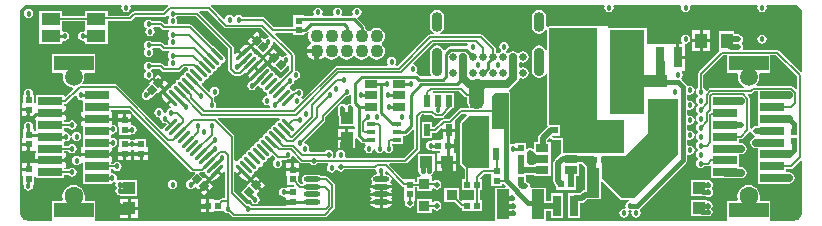
<source format=gtl>
G04*
G04 #@! TF.GenerationSoftware,Altium Limited,Altium Designer,19.1.5 (86)*
G04*
G04 Layer_Physical_Order=1*
G04 Layer_Color=255*
%FSLAX25Y25*%
%MOIN*%
G70*
G01*
G75*
%ADD14C,0.01000*%
%ADD16C,0.00600*%
%ADD72R,0.03937X0.09843*%
%ADD73R,0.08268X0.07284*%
%ADD74R,0.11811X0.28347*%
%ADD75R,0.02756X0.07087*%
%ADD76R,0.03150X0.01575*%
%ADD77R,0.04000X0.05000*%
%ADD78R,0.04331X0.02559*%
%ADD79R,0.02165X0.03937*%
%ADD80R,0.03937X0.02756*%
G04:AMPARAMS|DCode=81|XSize=11.81mil|YSize=57.09mil|CornerRadius=0mil|HoleSize=0mil|Usage=FLASHONLY|Rotation=225.000|XOffset=0mil|YOffset=0mil|HoleType=Round|Shape=Round|*
%AMOVALD81*
21,1,0.04528,0.01181,0.00000,0.00000,315.0*
1,1,0.01181,-0.01601,0.01601*
1,1,0.01181,0.01601,-0.01601*
%
%ADD81OVALD81*%

G04:AMPARAMS|DCode=82|XSize=11.81mil|YSize=57.09mil|CornerRadius=0mil|HoleSize=0mil|Usage=FLASHONLY|Rotation=135.000|XOffset=0mil|YOffset=0mil|HoleType=Round|Shape=Round|*
%AMOVALD82*
21,1,0.04528,0.01181,0.00000,0.00000,225.0*
1,1,0.01181,0.01601,0.01601*
1,1,0.01181,-0.01601,-0.01601*
%
%ADD82OVALD82*%

%ADD83R,0.08189X0.02756*%
%ADD84R,0.13386X0.05118*%
%ADD85R,0.02362X0.02362*%
%ADD86O,0.05512X0.01772*%
%ADD87R,0.06496X0.04134*%
%ADD88R,0.04331X0.03937*%
%ADD89R,0.03740X0.03543*%
%ADD90R,0.03740X0.03543*%
%ADD91R,0.02362X0.02362*%
%ADD92P,0.03341X4X360.0*%
%ADD93P,0.03341X4X270.0*%
%ADD94R,0.03937X0.04331*%
%ADD95R,0.05000X0.04000*%
%ADD96C,0.01500*%
%ADD97C,0.02500*%
%ADD98C,0.02000*%
%ADD99C,0.05000*%
%ADD100C,0.02800*%
%ADD101C,0.03000*%
%ADD102C,0.04000*%
%ADD103C,0.02559*%
%ADD104O,0.03543X0.09449*%
%ADD105O,0.03543X0.06693*%
%ADD106C,0.04331*%
%ADD107C,0.05906*%
%ADD108C,0.06299*%
%ADD109C,0.03150*%
%ADD110C,0.01800*%
%ADD111C,0.02000*%
G36*
X289869Y205866D02*
X290412Y205641D01*
X290900Y205315D01*
X291315Y204900D01*
X291641Y204412D01*
X291866Y203869D01*
X291981Y203293D01*
Y183606D01*
X291480Y183398D01*
X284230Y190649D01*
X283932Y190848D01*
X283581Y190918D01*
X272231D01*
X272029Y191296D01*
X272016Y191418D01*
X272131Y192000D01*
X272007Y192624D01*
X271842Y192871D01*
X271692Y193250D01*
X271842Y193629D01*
X272007Y193876D01*
X272131Y194500D01*
X272007Y195124D01*
X271654Y195653D01*
X271124Y196007D01*
X270500Y196131D01*
X269300D01*
Y197100D01*
X264100D01*
Y190900D01*
X264100Y190900D01*
X264100D01*
X264102Y190400D01*
X257351Y183649D01*
X257152Y183351D01*
X257082Y183000D01*
Y178191D01*
X256919Y178081D01*
X256587Y177585D01*
X256471Y177000D01*
X256587Y176415D01*
X256919Y175919D01*
X257095Y175801D01*
Y175199D01*
X256919Y175081D01*
X256587Y174585D01*
X256471Y174000D01*
X256587Y173415D01*
X256919Y172919D01*
X257095Y172801D01*
Y172199D01*
X256919Y172081D01*
X256587Y171585D01*
X256471Y171000D01*
X256587Y170415D01*
X256919Y169919D01*
X257095Y169801D01*
Y169199D01*
X256919Y169081D01*
X256587Y168585D01*
X256471Y168000D01*
X256587Y167415D01*
X256919Y166919D01*
X257095Y166801D01*
Y166199D01*
X256919Y166081D01*
X256587Y165585D01*
X256471Y165000D01*
X256587Y164415D01*
X256919Y163919D01*
X257095Y163801D01*
Y163199D01*
X256919Y163081D01*
X256587Y162585D01*
X256471Y162000D01*
X256587Y161415D01*
X256919Y160919D01*
X257095Y160801D01*
Y160199D01*
X256919Y160081D01*
X256587Y159585D01*
X256471Y159000D01*
X256587Y158415D01*
X256919Y157919D01*
X257095Y157801D01*
Y157199D01*
X256919Y157081D01*
X256587Y156585D01*
X256471Y156000D01*
X256587Y155415D01*
X256919Y154919D01*
X257095Y154801D01*
Y154199D01*
X256919Y154081D01*
X256587Y153585D01*
X256471Y153000D01*
X256587Y152415D01*
X256919Y151919D01*
X257415Y151587D01*
X258000Y151471D01*
X258585Y151587D01*
X259081Y151919D01*
X259191Y152082D01*
X260500D01*
X260851Y152152D01*
X261089Y152311D01*
X261435Y152219D01*
X261589Y152084D01*
Y148179D01*
X266110D01*
X266441Y148114D01*
X271500D01*
X272222Y148257D01*
X272834Y148666D01*
X273243Y149278D01*
X273386Y150000D01*
X273243Y150722D01*
X272834Y151334D01*
X272222Y151743D01*
X271500Y151886D01*
X270978D01*
Y156145D01*
X271500D01*
X272222Y156289D01*
X272834Y156698D01*
X273243Y157310D01*
X273386Y158031D01*
X273243Y158753D01*
X272834Y159365D01*
X272222Y159774D01*
X271500Y159918D01*
X270978D01*
Y161051D01*
X271468D01*
X271820Y161121D01*
X272117Y161320D01*
X274299Y163501D01*
X274412Y163670D01*
X274933Y163616D01*
X274993Y163313D01*
X275346Y162783D01*
X275876Y162430D01*
X276273Y162351D01*
Y161841D01*
X275778Y161743D01*
X275166Y161334D01*
X274757Y160722D01*
X274614Y160000D01*
X274757Y159278D01*
X275166Y158666D01*
X275778Y158257D01*
X276500Y158114D01*
X277022D01*
Y154085D01*
Y150148D01*
Y146211D01*
X286411D01*
Y146303D01*
X287500D01*
X288222Y146446D01*
X288834Y146855D01*
X289243Y147467D01*
X289386Y148189D01*
X289243Y148911D01*
X288834Y149523D01*
X288222Y149932D01*
X287500Y150075D01*
X286411D01*
Y151208D01*
X288126D01*
X288477Y151278D01*
X288775Y151477D01*
X291480Y154183D01*
X291981Y153976D01*
Y136706D01*
X291866Y136131D01*
X291641Y135588D01*
X291315Y135100D01*
X290900Y134685D01*
X290412Y134359D01*
X289869Y134134D01*
X289294Y134019D01*
X281647D01*
X281293Y134372D01*
X281293Y134520D01*
Y140691D01*
X277930D01*
X277789Y140902D01*
X277664Y141191D01*
X277782Y142087D01*
X277653Y143066D01*
X277275Y143978D01*
X276674Y144761D01*
X275891Y145362D01*
X274979Y145740D01*
X274000Y145869D01*
X273021Y145740D01*
X272109Y145362D01*
X271326Y144761D01*
X270725Y143978D01*
X270347Y143066D01*
X270218Y142087D01*
X270336Y141191D01*
X270211Y140902D01*
X270070Y140691D01*
X266707D01*
Y134520D01*
X266707Y134372D01*
X266353Y134019D01*
X206474D01*
Y137369D01*
X208069D01*
Y134857D01*
X212025D01*
Y143143D01*
X208069D01*
Y140631D01*
X206474D01*
Y145021D01*
X201546D01*
X201117Y145430D01*
X201131Y145500D01*
X201007Y146124D01*
X200654Y146653D01*
X200124Y147007D01*
X199812Y147069D01*
Y147228D01*
X199781Y147386D01*
Y149235D01*
X202510D01*
Y148987D01*
X208041D01*
Y152727D01*
Y156467D01*
Y160226D01*
X206979D01*
Y160779D01*
X207644Y161443D01*
X208137Y161361D01*
X208156Y161321D01*
X208239Y161248D01*
X208281Y161147D01*
X208418Y161090D01*
X208529Y160992D01*
X208639Y160999D01*
X208740Y160957D01*
X211351D01*
X211351Y156606D01*
X211376Y156114D01*
X210846Y155760D01*
X209347Y154260D01*
X208993Y153731D01*
X208869Y153106D01*
Y147106D01*
X208993Y146482D01*
X209347Y145953D01*
X209719Y145580D01*
Y144325D01*
X216478D01*
Y147887D01*
X216328D01*
Y148987D01*
X217490D01*
Y152975D01*
X218324D01*
X219495Y151804D01*
Y147575D01*
X219526Y147417D01*
Y144294D01*
X219014Y144192D01*
X218484Y143839D01*
X217820Y143175D01*
X216331D01*
X216173Y143143D01*
X213975D01*
Y134857D01*
X217931D01*
Y139912D01*
X218496D01*
X219120Y140036D01*
X219650Y140390D01*
X220314Y141054D01*
X221126D01*
X221284Y141085D01*
X224663D01*
Y146872D01*
X225125Y147063D01*
X231041Y141147D01*
X231500Y140957D01*
X234086D01*
X234135Y140457D01*
X233915Y140413D01*
X233419Y140081D01*
X233087Y139585D01*
X232971Y139000D01*
X233087Y138415D01*
X232780Y137974D01*
X232500Y138029D01*
X231915Y137913D01*
X231419Y137581D01*
X231087Y137085D01*
X230971Y136500D01*
X231087Y135915D01*
X231419Y135419D01*
X231915Y135087D01*
X232500Y134971D01*
X233085Y135087D01*
X233581Y135419D01*
X233913Y135915D01*
X234029Y136500D01*
X233913Y137085D01*
X234220Y137526D01*
X234500Y137471D01*
X234780Y137526D01*
X235087Y137085D01*
X234971Y136500D01*
X235087Y135915D01*
X235419Y135419D01*
X235915Y135087D01*
X236500Y134971D01*
X237085Y135087D01*
X237581Y135419D01*
X237913Y135915D01*
X238029Y136500D01*
X237913Y137085D01*
X237742Y137342D01*
X237803Y137946D01*
X237841Y138009D01*
X237867Y138027D01*
X253223Y153383D01*
X253522Y153830D01*
X253626Y154356D01*
X253626Y154356D01*
Y155724D01*
X254127Y156045D01*
X254500Y155971D01*
X255085Y156087D01*
X255581Y156419D01*
X255913Y156915D01*
X256029Y157500D01*
X255913Y158085D01*
X255581Y158581D01*
X255085Y158913D01*
X254500Y159029D01*
X254127Y158955D01*
X253626Y159276D01*
Y160724D01*
X254127Y161045D01*
X254500Y160971D01*
X255085Y161087D01*
X255581Y161419D01*
X255913Y161915D01*
X256029Y162500D01*
X255913Y163085D01*
X255581Y163581D01*
X255085Y163913D01*
X254500Y164029D01*
X254127Y163955D01*
X253626Y164276D01*
Y165724D01*
X254127Y166045D01*
X254500Y165971D01*
X255085Y166087D01*
X255581Y166419D01*
X255913Y166915D01*
X256029Y167500D01*
X255913Y168085D01*
X255581Y168581D01*
X255085Y168913D01*
X254500Y169029D01*
X254127Y168955D01*
X253626Y169276D01*
Y170724D01*
X254127Y171045D01*
X254500Y170971D01*
X255085Y171087D01*
X255581Y171419D01*
X255913Y171915D01*
X256029Y172500D01*
X255913Y173085D01*
X255581Y173581D01*
X255085Y173913D01*
X254500Y174029D01*
X254127Y173955D01*
X253626Y174276D01*
Y175724D01*
X254127Y176045D01*
X254500Y175971D01*
X255085Y176087D01*
X255581Y176419D01*
X255913Y176915D01*
X256029Y177500D01*
X255913Y178085D01*
X255581Y178581D01*
X255085Y178913D01*
X254500Y179029D01*
X253915Y178913D01*
X253386Y179161D01*
X253223Y179405D01*
X251719Y180909D01*
X251581Y181419D01*
X251913Y181915D01*
X252029Y182500D01*
X251913Y183085D01*
X251665Y183457D01*
X251822Y183877D01*
X251886Y183957D01*
X252831D01*
Y188000D01*
X250453D01*
Y188500D01*
X249953D01*
Y193043D01*
X240005D01*
Y198380D01*
X227000D01*
Y198756D01*
X207500D01*
X207091Y198586D01*
X206619Y198776D01*
Y201925D01*
X206435Y202851D01*
X205911Y203635D01*
X205126Y204159D01*
X204201Y204343D01*
X203275Y204159D01*
X202491Y203635D01*
X201967Y202851D01*
X201783Y201925D01*
Y198776D01*
X201967Y197850D01*
X202491Y197066D01*
X203275Y196542D01*
X204201Y196358D01*
X205126Y196542D01*
X205911Y197066D01*
X206351Y197724D01*
X206851Y197573D01*
Y191199D01*
X206351Y191048D01*
X205911Y191706D01*
X205126Y192230D01*
X204201Y192414D01*
X203275Y192230D01*
X202491Y191706D01*
X201967Y190921D01*
X201783Y189996D01*
Y184091D01*
X201967Y183165D01*
X202491Y182381D01*
X203275Y181857D01*
X204201Y181672D01*
X205126Y181857D01*
X205911Y182381D01*
X206351Y183039D01*
X206851Y182887D01*
Y166297D01*
X206912Y166149D01*
X206927Y165990D01*
X207146Y165581D01*
X206812Y165226D01*
X204194Y162608D01*
X203841Y162079D01*
X203717Y161454D01*
Y160226D01*
X202510D01*
Y158057D01*
X202010Y157855D01*
X201624Y158114D01*
X201000Y158238D01*
X200376Y158114D01*
X200281Y158050D01*
X199781Y158317D01*
Y159978D01*
X196219D01*
Y159879D01*
X195719Y159486D01*
X195500Y159529D01*
X194915Y159413D01*
X194876Y159387D01*
X194376Y159655D01*
Y164006D01*
X194459Y164041D01*
X194649Y164500D01*
Y176500D01*
X194459Y176959D01*
X194300Y177025D01*
Y177100D01*
X194288Y177102D01*
X194207Y177573D01*
X194213Y177603D01*
X194280Y177616D01*
X194942Y178058D01*
X196970Y180086D01*
X197412Y180748D01*
X197510Y181242D01*
X198047Y181485D01*
X198152Y181415D01*
X198886Y181269D01*
X199619Y181415D01*
X200241Y181830D01*
X200656Y182452D01*
X200802Y183185D01*
X200656Y183918D01*
X200241Y184540D01*
X199619Y184956D01*
X198886Y185101D01*
X198152Y184956D01*
X198020Y184867D01*
X197579Y185102D01*
Y186583D01*
X198020Y186818D01*
X198152Y186730D01*
X198886Y186584D01*
X199619Y186730D01*
X200241Y187145D01*
X200656Y187767D01*
X200802Y188500D01*
X200656Y189233D01*
X200241Y189855D01*
X199619Y190270D01*
X198886Y190416D01*
X198152Y190270D01*
X197607Y189906D01*
X197317Y189855D01*
X197039D01*
X196981Y189942D01*
X196320Y190384D01*
X195539Y190539D01*
X194759Y190384D01*
X194097Y189942D01*
X194039Y189855D01*
X193762D01*
X193472Y189906D01*
X193185Y190098D01*
X193156Y190237D01*
X193219Y190676D01*
X193581Y190919D01*
X193913Y191415D01*
X194029Y192000D01*
X193913Y192585D01*
X193581Y193081D01*
X193085Y193413D01*
X192500Y193529D01*
X191915Y193413D01*
X191419Y193081D01*
X191087Y192585D01*
X190971Y192000D01*
X191087Y191415D01*
X191419Y190919D01*
X191587Y190806D01*
X191482Y190275D01*
X191460Y190270D01*
X190838Y189855D01*
X190770Y189753D01*
X190270D01*
X190201Y189855D01*
X189764Y190147D01*
Y191154D01*
X189694Y191505D01*
X189495Y191802D01*
X185449Y195849D01*
X185151Y196048D01*
X184800Y196118D01*
X171308D01*
X171185Y196618D01*
X171855Y197066D01*
X172380Y197850D01*
X172564Y198776D01*
Y201925D01*
X172380Y202851D01*
X171855Y203635D01*
X171071Y204159D01*
X170146Y204343D01*
X169220Y204159D01*
X168436Y203635D01*
X167912Y202851D01*
X167728Y201925D01*
Y198776D01*
X167912Y197850D01*
X168436Y197066D01*
X169106Y196618D01*
X168984Y196118D01*
X167937D01*
X167586Y196048D01*
X167288Y195849D01*
X157057Y185618D01*
X156463D01*
X156214Y186118D01*
X156413Y186415D01*
X156529Y187000D01*
X156413Y187585D01*
X156081Y188081D01*
X155585Y188413D01*
X155000Y188529D01*
X154415Y188413D01*
X153919Y188081D01*
X153587Y187585D01*
X153471Y187000D01*
X153587Y186415D01*
X153786Y186118D01*
X153537Y185618D01*
X136746D01*
X136394Y185548D01*
X136097Y185349D01*
X125403Y174655D01*
X124933Y174766D01*
X124794Y175225D01*
X124964Y175340D01*
X125081Y175419D01*
X125413Y175915D01*
X125529Y176500D01*
X125413Y177085D01*
X125081Y177581D01*
X124585Y177913D01*
X124000Y178029D01*
X123415Y177913D01*
X122919Y177581D01*
X122809Y177417D01*
X122460Y177348D01*
X122319Y177254D01*
X121870Y177381D01*
X121768Y177462D01*
X121748Y177563D01*
X121485Y177957D01*
X121091Y178220D01*
X121033Y178720D01*
X121231Y179016D01*
X121585Y179087D01*
X122081Y179419D01*
X122413Y179915D01*
X122529Y180500D01*
X122518Y180557D01*
X122943Y180982D01*
X123000Y180971D01*
X123585Y181087D01*
X124081Y181419D01*
X124413Y181915D01*
X124529Y182500D01*
X124413Y183085D01*
X124081Y183581D01*
X123585Y183913D01*
X123000Y184029D01*
X122697Y184278D01*
Y189221D01*
X122627Y189572D01*
X122428Y189870D01*
X116177Y196120D01*
X116369Y196582D01*
X122219D01*
Y195719D01*
X125781D01*
Y196128D01*
X126095Y196474D01*
X126524Y196559D01*
X126888Y196802D01*
X127087Y197001D01*
X127511Y196718D01*
X127306Y196222D01*
X127211Y195500D01*
X127306Y194778D01*
X127585Y194105D01*
X128028Y193528D01*
X128061Y193502D01*
Y193002D01*
X127743Y192757D01*
X127235Y192096D01*
X126916Y191326D01*
X126906Y191250D01*
X130000D01*
Y190500D01*
X130750D01*
Y187406D01*
X130826Y187416D01*
X131596Y187735D01*
X132257Y188242D01*
X132502Y188561D01*
X133002D01*
X133028Y188528D01*
X133605Y188084D01*
X134278Y187806D01*
X135000Y187711D01*
X135722Y187806D01*
X136395Y188084D01*
X136972Y188528D01*
X137186Y188807D01*
X137814D01*
X138028Y188528D01*
X138605Y188084D01*
X139278Y187806D01*
X140000Y187711D01*
X140722Y187806D01*
X141395Y188084D01*
X141972Y188528D01*
X142186Y188807D01*
X142814D01*
X143028Y188528D01*
X143605Y188084D01*
X144278Y187806D01*
X145000Y187711D01*
X145722Y187806D01*
X146395Y188084D01*
X146972Y188528D01*
X147186Y188807D01*
X147814D01*
X148028Y188528D01*
X148605Y188084D01*
X149278Y187806D01*
X150000Y187711D01*
X150722Y187806D01*
X151395Y188084D01*
X151972Y188528D01*
X152416Y189105D01*
X152694Y189778D01*
X152789Y190500D01*
X152694Y191222D01*
X152416Y191895D01*
X151972Y192472D01*
X151693Y192686D01*
Y193314D01*
X151972Y193528D01*
X152416Y194105D01*
X152694Y194778D01*
X152789Y195500D01*
X152694Y196222D01*
X152416Y196895D01*
X151972Y197472D01*
X151395Y197915D01*
X150722Y198194D01*
X150000Y198289D01*
X149278Y198194D01*
X148605Y197915D01*
X148028Y197472D01*
X147814Y197193D01*
X147186D01*
X146972Y197472D01*
X146395Y197915D01*
X146122Y198029D01*
Y198500D01*
X146122Y198500D01*
X146036Y198929D01*
X145793Y199293D01*
X145793Y199293D01*
X143605Y201482D01*
X143769Y202024D01*
X144085Y202087D01*
X144581Y202419D01*
X144913Y202915D01*
X145029Y203500D01*
X144913Y204085D01*
X144581Y204581D01*
X144085Y204913D01*
X143500Y205029D01*
X142915Y204913D01*
X142419Y204581D01*
X142087Y204085D01*
X141971Y203500D01*
X142087Y202915D01*
X142216Y202722D01*
X141949Y202222D01*
X138551D01*
X138284Y202722D01*
X138413Y202915D01*
X138529Y203500D01*
X138413Y204085D01*
X138081Y204581D01*
X137585Y204913D01*
X137000Y205029D01*
X136415Y204913D01*
X135919Y204581D01*
X135587Y204085D01*
X135471Y203500D01*
X135587Y202915D01*
X135716Y202722D01*
X135449Y202222D01*
X132051D01*
X131784Y202722D01*
X131913Y202915D01*
X132029Y203500D01*
X131913Y204085D01*
X131581Y204581D01*
X131085Y204913D01*
X130500Y205029D01*
X129915Y204913D01*
X129419Y204581D01*
X129087Y204085D01*
X128971Y203500D01*
X129087Y202915D01*
X129216Y202722D01*
X128949Y202222D01*
X125781D01*
Y202478D01*
X122219D01*
Y198418D01*
X115880D01*
X112649Y201649D01*
X112351Y201848D01*
X112000Y201918D01*
X105191D01*
X105081Y202081D01*
X104585Y202413D01*
X104000Y202529D01*
X103415Y202413D01*
X102919Y202081D01*
X102801Y201905D01*
X102199D01*
X102081Y202081D01*
X101585Y202413D01*
X101000Y202529D01*
X100415Y202413D01*
X99919Y202081D01*
X99587Y201585D01*
X99559Y201446D01*
X99017Y201281D01*
X94849Y205449D01*
X94802Y205481D01*
X94953Y205980D01*
X225796D01*
X226066Y205481D01*
X225971Y205000D01*
X226087Y204415D01*
X226419Y203919D01*
X226915Y203587D01*
X227500Y203471D01*
X228085Y203587D01*
X228581Y203919D01*
X228913Y204415D01*
X229029Y205000D01*
X228934Y205481D01*
X229205Y205980D01*
X251295D01*
X251566Y205481D01*
X251471Y205000D01*
X251587Y204415D01*
X251919Y203919D01*
X252415Y203587D01*
X253000Y203471D01*
X253585Y203587D01*
X254081Y203919D01*
X254413Y204415D01*
X254529Y205000D01*
X254434Y205481D01*
X254704Y205980D01*
X276796D01*
X277066Y205481D01*
X276971Y205000D01*
X277087Y204415D01*
X277419Y203919D01*
X277915Y203587D01*
X278500Y203471D01*
X279085Y203587D01*
X279581Y203919D01*
X279913Y204415D01*
X280029Y205000D01*
X279934Y205481D01*
X280205Y205980D01*
X289294D01*
X289869Y205866D01*
D02*
G37*
G36*
X80653Y205481D02*
X80606Y205449D01*
X78874Y203718D01*
X69254D01*
X68903Y203648D01*
X68606Y203449D01*
X67489Y202332D01*
X60427D01*
Y204021D01*
X52731D01*
Y202272D01*
X45269D01*
Y204021D01*
X37573D01*
Y198813D01*
X37573Y198687D01*
Y198313D01*
X37573Y198187D01*
Y192979D01*
X45269D01*
Y193629D01*
X45769Y194017D01*
X46000Y193971D01*
X46585Y194087D01*
X47081Y194419D01*
X47413Y194915D01*
X47529Y195500D01*
X47413Y196085D01*
X47081Y196581D01*
X46585Y196913D01*
X46000Y197029D01*
X45769Y196984D01*
X45269Y197371D01*
Y198187D01*
X45269Y198313D01*
Y198687D01*
X45269Y198813D01*
Y200437D01*
X52731D01*
Y198813D01*
X52731Y198687D01*
Y198313D01*
X52731Y198187D01*
Y197371D01*
X52231Y196984D01*
X52000Y197029D01*
X51415Y196913D01*
X50919Y196581D01*
X50587Y196085D01*
X50471Y195500D01*
X50587Y194915D01*
X50919Y194419D01*
X51415Y194087D01*
X52000Y193971D01*
X52231Y194017D01*
X52731Y193629D01*
Y192979D01*
X60427D01*
Y198187D01*
X60427Y198313D01*
Y198687D01*
X60427Y198813D01*
Y200497D01*
X67869D01*
X68220Y200567D01*
X68518Y200766D01*
X69634Y201882D01*
X79254D01*
X79606Y201952D01*
X79903Y202151D01*
X80124Y202372D01*
X80702Y202243D01*
X80919Y201919D01*
Y201581D01*
X80587Y201085D01*
X80471Y200500D01*
X80587Y199915D01*
X80318Y199418D01*
X79380D01*
X78649Y200149D01*
X78351Y200348D01*
X78000Y200418D01*
X75191D01*
X75081Y200581D01*
X74585Y200913D01*
X74000Y201029D01*
X73415Y200913D01*
X72919Y200581D01*
X72587Y200085D01*
X72471Y199500D01*
X72587Y198915D01*
X72919Y198419D01*
X73036Y198340D01*
X73413Y198085D01*
X73163Y197699D01*
X73087Y197585D01*
X72971Y197000D01*
X73087Y196415D01*
X73419Y195919D01*
X73915Y195587D01*
X74500Y195471D01*
X75085Y195587D01*
X75581Y195919D01*
X75913Y196415D01*
X76029Y197000D01*
X75913Y197585D01*
X75581Y198081D01*
X75580Y198082D01*
X75732Y198582D01*
X77620D01*
X78351Y197851D01*
X78649Y197652D01*
X79000Y197582D01*
X80768D01*
X80920Y197082D01*
X80919Y197081D01*
X80587Y196585D01*
X80471Y196000D01*
X80587Y195415D01*
X80919Y194919D01*
Y194581D01*
X80587Y194085D01*
X80471Y193500D01*
X80587Y192915D01*
X80318Y192418D01*
X79380D01*
X78649Y193149D01*
X78351Y193348D01*
X78000Y193418D01*
X75191D01*
X75081Y193581D01*
X74585Y193913D01*
X74000Y194029D01*
X73415Y193913D01*
X72919Y193581D01*
X72587Y193085D01*
X72471Y192500D01*
X72587Y191915D01*
X72919Y191419D01*
Y191081D01*
X72587Y190585D01*
X72471Y190000D01*
X72587Y189415D01*
X72919Y188919D01*
X73415Y188587D01*
X74000Y188471D01*
X74585Y188587D01*
X75081Y188919D01*
X75413Y189415D01*
X75529Y190000D01*
X75413Y190585D01*
X75081Y191081D01*
Y191145D01*
X75511Y191582D01*
X77620D01*
X78351Y190851D01*
X78649Y190652D01*
X79000Y190582D01*
X80768D01*
X80920Y190082D01*
X80919Y190081D01*
X80587Y189585D01*
X80471Y189000D01*
X80587Y188415D01*
X80919Y187919D01*
Y187581D01*
X80587Y187085D01*
X80471Y186500D01*
X80587Y185915D01*
X80318Y185418D01*
X79380D01*
X78649Y186149D01*
X78351Y186348D01*
X78000Y186418D01*
X75191D01*
X75081Y186581D01*
X74585Y186913D01*
X74000Y187029D01*
X73415Y186913D01*
X72919Y186581D01*
X72587Y186085D01*
X72471Y185500D01*
X72587Y184915D01*
X72919Y184419D01*
X73095Y184301D01*
Y183699D01*
X72919Y183581D01*
X72587Y183085D01*
X72471Y182500D01*
X72587Y181915D01*
X72919Y181419D01*
X73415Y181087D01*
X74000Y180971D01*
X74585Y181087D01*
X75081Y181419D01*
X75413Y181915D01*
X75529Y182500D01*
X75413Y183085D01*
X75081Y183581D01*
X74905Y183699D01*
Y184201D01*
X75288Y184582D01*
X77620D01*
X78351Y183851D01*
X78649Y183652D01*
X79000Y183582D01*
X84000D01*
X84351Y183652D01*
X84649Y183851D01*
X85880Y185082D01*
X86984D01*
X87251Y184582D01*
X87212Y184523D01*
X87176Y184344D01*
X87001Y183999D01*
X86656Y183824D01*
X86477Y183788D01*
X86083Y183525D01*
X85820Y183131D01*
X85784Y182952D01*
X85609Y182607D01*
X85264Y182432D01*
X85085Y182396D01*
X84691Y182133D01*
X84428Y181739D01*
X84392Y181560D01*
X84217Y181215D01*
X83872Y181040D01*
X83693Y181004D01*
X83299Y180741D01*
X83036Y180347D01*
X83000Y180168D01*
X82825Y179823D01*
X82481Y179648D01*
X82301Y179612D01*
X81907Y179349D01*
X81644Y178955D01*
X81608Y178776D01*
X81433Y178431D01*
X81089Y178256D01*
X80909Y178220D01*
X80515Y177957D01*
X80252Y177563D01*
X80240Y177501D01*
X79982Y177329D01*
X79361Y177205D01*
X79259Y177137D01*
X81936Y174460D01*
X81582Y174106D01*
X81936Y173753D01*
X80789Y172606D01*
X81380Y172015D01*
X81215Y171473D01*
X80915Y171413D01*
X80419Y171081D01*
X80087Y170585D01*
X79971Y170000D01*
X79528Y169791D01*
X79472D01*
X79029Y170000D01*
X78913Y170585D01*
X78581Y171081D01*
X78085Y171413D01*
X77500Y171529D01*
X76915Y171413D01*
X76419Y171081D01*
X76087Y170585D01*
X75971Y170000D01*
X76087Y169415D01*
X76419Y168919D01*
X76915Y168587D01*
X77500Y168471D01*
X77557Y168482D01*
X77982Y168057D01*
X77971Y168000D01*
X78087Y167415D01*
X78419Y166919D01*
X78915Y166587D01*
X79500Y166471D01*
X79673Y166505D01*
X80075Y166103D01*
X79123Y165151D01*
X78860Y164758D01*
X78842Y164663D01*
X78299Y164499D01*
X63649Y179149D01*
X63351Y179348D01*
X63000Y179418D01*
X52177D01*
X51955Y179866D01*
X52103Y180059D01*
X52461Y180923D01*
X52583Y181850D01*
X52465Y182747D01*
X52474Y182883D01*
X52717Y183247D01*
X56293D01*
Y189565D01*
X41707D01*
Y183247D01*
X45283D01*
X45526Y182883D01*
X45535Y182747D01*
X45417Y181850D01*
X45539Y180923D01*
X45897Y180059D01*
X46466Y179316D01*
X47208Y178747D01*
X48073Y178389D01*
X48792Y178294D01*
X48991Y177786D01*
X46440Y175235D01*
X45978Y175427D01*
Y175758D01*
X36589D01*
Y173580D01*
X36136Y173289D01*
X36018Y173333D01*
X35781Y173554D01*
Y175978D01*
X35781D01*
X35478Y176347D01*
X35508Y176500D01*
X35392Y177085D01*
X35060Y177581D01*
X34564Y177913D01*
X33979Y178029D01*
X33394Y177913D01*
X32897Y177581D01*
X32566Y177085D01*
X32450Y176500D01*
X32488Y176306D01*
X32219Y175978D01*
X32219D01*
Y173181D01*
X31819D01*
Y171500D01*
X34000D01*
Y171000D01*
X34500D01*
Y168819D01*
X36181Y168819D01*
X36189Y168322D01*
Y167465D01*
X36589D01*
Y164271D01*
X36303Y163818D01*
X36303Y163818D01*
X35781D01*
Y164478D01*
X35701D01*
X35451Y164831D01*
X35405Y164978D01*
X35508Y165500D01*
X35392Y166085D01*
X35060Y166581D01*
X34564Y166913D01*
X33979Y167029D01*
X33394Y166913D01*
X32897Y166581D01*
X32566Y166085D01*
X32450Y165500D01*
X32553Y164978D01*
X32506Y164831D01*
X32256Y164478D01*
X32219D01*
Y161681D01*
X31819D01*
Y160000D01*
X34000D01*
Y159500D01*
X34500D01*
Y157319D01*
X36181D01*
X36589Y157097D01*
Y156473D01*
X36189D01*
Y154595D01*
X41284D01*
X46378D01*
Y156473D01*
X45978D01*
Y157114D01*
X47309D01*
X47419Y156950D01*
X47915Y156618D01*
X48500Y156502D01*
X49085Y156618D01*
X49581Y156950D01*
X49913Y157446D01*
X50029Y158031D01*
X49913Y158617D01*
X49581Y159113D01*
X49085Y159444D01*
X48500Y159561D01*
X47915Y159444D01*
X47419Y159113D01*
X47309Y158949D01*
X45978D01*
Y160149D01*
X46365Y160466D01*
X46500Y160439D01*
X47085Y160556D01*
X47581Y160887D01*
X47913Y161383D01*
X47969Y161666D01*
X47998Y161812D01*
X48508D01*
X48536Y161671D01*
X48587Y161415D01*
X48919Y160919D01*
X49415Y160587D01*
X50000Y160471D01*
X50585Y160587D01*
X51081Y160919D01*
X51413Y161415D01*
X51529Y162000D01*
X51413Y162585D01*
X51081Y163081D01*
X50585Y163413D01*
X50000Y163529D01*
X49415Y163413D01*
X48919Y163081D01*
X48587Y162585D01*
X48531Y162302D01*
X48502Y162157D01*
X47992D01*
X47964Y162298D01*
X47913Y162554D01*
X47581Y163050D01*
X47085Y163382D01*
X46500Y163498D01*
X46365Y163471D01*
X45978Y163788D01*
Y164988D01*
X47309D01*
X47419Y164824D01*
X47915Y164492D01*
X48500Y164376D01*
X49085Y164492D01*
X49581Y164824D01*
X49913Y165320D01*
X50029Y165905D01*
X49913Y166491D01*
X49581Y166987D01*
X49085Y167318D01*
X48500Y167435D01*
X47915Y167318D01*
X47419Y166987D01*
X47309Y166823D01*
X45978D01*
Y167465D01*
X46378D01*
Y169343D01*
X41284D01*
Y170343D01*
X46378D01*
Y172221D01*
X45978D01*
Y172862D01*
X46282D01*
X46633Y172932D01*
X46931Y173131D01*
X49488Y175688D01*
X50018Y175511D01*
X50087Y175163D01*
X50419Y174667D01*
X50915Y174335D01*
X51500Y174219D01*
X51635Y174246D01*
X52022Y173928D01*
Y170252D01*
X51622D01*
Y168374D01*
X56717D01*
X61811D01*
Y170252D01*
X61411D01*
Y170893D01*
X67612D01*
X68425Y170080D01*
X68117Y169681D01*
X67708Y169681D01*
X66500D01*
Y168000D01*
X68181D01*
Y169185D01*
X68181Y169617D01*
X68580Y169925D01*
X88154Y150351D01*
X88452Y150152D01*
X88803Y150082D01*
X89389D01*
X89581Y149620D01*
X87721Y147760D01*
Y147760D01*
X87383Y147391D01*
X86919Y147081D01*
X86587Y146585D01*
X86471Y146000D01*
X86587Y145415D01*
X86919Y144919D01*
X87415Y144587D01*
X88000Y144471D01*
X88585Y144587D01*
X89081Y144919D01*
X89165Y145044D01*
X89809Y145107D01*
X90604Y144311D01*
X92146Y145853D01*
X93689Y147396D01*
X92500Y148584D01*
X92217Y148302D01*
X90898Y149620D01*
X91090Y150082D01*
X91744D01*
X92095Y150152D01*
X92207Y150227D01*
X92691Y150074D01*
X92759Y150011D01*
X92780Y149909D01*
X93043Y149515D01*
X93437Y149252D01*
X93499Y149240D01*
X93671Y148982D01*
X93795Y148361D01*
X93863Y148259D01*
X96540Y150936D01*
X96894Y150582D01*
X97247Y150936D01*
X98394Y149789D01*
X99120Y150516D01*
X99582Y150324D01*
Y141418D01*
X98500D01*
X98149Y141348D01*
X97851Y141149D01*
X97483Y140781D01*
X95984D01*
Y141181D01*
X94303D01*
Y139000D01*
Y136819D01*
X95984D01*
Y137219D01*
X98781D01*
X98781Y137219D01*
Y137219D01*
X99274Y137135D01*
X99419Y136919D01*
X99915Y136587D01*
X100500Y136471D01*
X100693Y136509D01*
X101851Y135351D01*
X102149Y135152D01*
X102500Y135082D01*
X132697D01*
X133048Y135152D01*
X133346Y135351D01*
X135849Y137854D01*
X136048Y138152D01*
X136118Y138503D01*
Y145800D01*
X136048Y146151D01*
X135849Y146449D01*
X133810Y148487D01*
X133513Y148686D01*
X133161Y148756D01*
X131430D01*
X131327Y148910D01*
X130836Y149238D01*
X130256Y149354D01*
X126516D01*
X125936Y149238D01*
X125444Y148910D01*
X125116Y148418D01*
X125001Y147839D01*
X125116Y147259D01*
X125444Y146767D01*
Y146351D01*
X125380Y146254D01*
X124876Y146224D01*
X123781Y147320D01*
Y148819D01*
X124181D01*
Y150500D01*
X122000D01*
X119819D01*
Y148819D01*
X120219D01*
Y146022D01*
X122388D01*
X122583Y145776D01*
X122361Y145281D01*
X120219D01*
Y145091D01*
X119719Y144824D01*
X119585Y144913D01*
X119000Y145029D01*
X118415Y144913D01*
X117919Y144581D01*
X117587Y144085D01*
X117471Y143500D01*
X117587Y142915D01*
X117919Y142419D01*
X118415Y142087D01*
X119000Y141971D01*
X119319Y142034D01*
X119819Y141688D01*
Y140803D01*
X122000D01*
Y139803D01*
X119819D01*
Y138918D01*
X108191D01*
X108081Y139081D01*
X107585Y139413D01*
X107000Y139529D01*
X106807Y139491D01*
X102618Y143680D01*
Y150124D01*
X103080Y150316D01*
X103606Y149789D01*
X104753Y150936D01*
X105106Y150582D01*
X105460Y150936D01*
X108137Y148259D01*
X108205Y148361D01*
X108329Y148982D01*
X108501Y149240D01*
X108563Y149252D01*
X108957Y149515D01*
X109220Y149909D01*
X109256Y150089D01*
X109431Y150434D01*
X109776Y150608D01*
X109955Y150644D01*
X110349Y150907D01*
X110612Y151301D01*
X110648Y151480D01*
X110823Y151825D01*
X111168Y152000D01*
X111347Y152036D01*
X111741Y152299D01*
X112004Y152693D01*
X112040Y152873D01*
X112215Y153217D01*
X112560Y153392D01*
X112739Y153428D01*
X113133Y153691D01*
X113396Y154085D01*
X113432Y154264D01*
X113607Y154609D01*
X113952Y154784D01*
X114131Y154820D01*
X114525Y155083D01*
X114788Y155477D01*
X114808Y155579D01*
X115351Y155743D01*
X116242Y154853D01*
X116244Y154847D01*
X116151Y154236D01*
X115919Y154081D01*
X115587Y153585D01*
X115471Y153000D01*
X115587Y152415D01*
X115919Y151919D01*
X116415Y151587D01*
X117000Y151471D01*
X117585Y151587D01*
X118081Y151919D01*
X118413Y152415D01*
X118529Y153000D01*
X118413Y153585D01*
X118284Y153778D01*
X118551Y154278D01*
X119696D01*
X120047Y154348D01*
X120292Y154512D01*
X120500Y154471D01*
X121085Y154587D01*
X121581Y154919D01*
X121901Y155397D01*
X121958Y155465D01*
X122434Y155571D01*
X124425Y153580D01*
X124117Y153181D01*
X122500D01*
Y151500D01*
X124181D01*
Y153117D01*
X124580Y153425D01*
X124654Y153351D01*
X124952Y153152D01*
X125303Y153082D01*
X127809D01*
X127919Y152919D01*
X128415Y152587D01*
X129000Y152471D01*
X129585Y152587D01*
X130081Y152919D01*
X130191Y153082D01*
X133768D01*
X133920Y152582D01*
X133919Y152581D01*
X133587Y152085D01*
X133471Y151500D01*
X133587Y150915D01*
X133919Y150419D01*
X134415Y150087D01*
X135000Y149971D01*
X135585Y150087D01*
X136081Y150419D01*
X136306Y150755D01*
X136784Y150836D01*
X136899Y150811D01*
X137376Y150493D01*
X138000Y150369D01*
X138624Y150493D01*
X139154Y150847D01*
X139311Y151082D01*
X149500D01*
X149580Y151098D01*
X150011Y150704D01*
X149971Y150500D01*
X150087Y149915D01*
X150128Y149854D01*
X149861Y149354D01*
X149744D01*
X149164Y149238D01*
X148673Y148910D01*
X148345Y148418D01*
X148229Y147839D01*
X148345Y147259D01*
X148643Y146812D01*
X148384Y146639D01*
X147968Y146015D01*
X147921Y145780D01*
X151614D01*
X155308D01*
X155261Y146015D01*
X154844Y146639D01*
X154585Y146812D01*
X154884Y147259D01*
X154999Y147839D01*
X154884Y148418D01*
X154555Y148910D01*
X154064Y149238D01*
X153484Y149354D01*
X153139D01*
X152872Y149854D01*
X152913Y149915D01*
X153024Y150471D01*
X153140Y150548D01*
X153499Y150704D01*
X158622Y145581D01*
X158919Y145382D01*
X159219Y145322D01*
Y141022D01*
X159219D01*
X159473Y140522D01*
X159369Y140000D01*
X159493Y139376D01*
X159846Y138847D01*
X160376Y138493D01*
X161000Y138369D01*
X161624Y138493D01*
X162153Y138847D01*
X162507Y139376D01*
X162631Y140000D01*
X162528Y140522D01*
X162781Y141022D01*
X162781D01*
Y145082D01*
X163404D01*
Y143869D01*
X168344D01*
Y144698D01*
X168844Y144850D01*
X168846Y144846D01*
X169376Y144493D01*
X170000Y144369D01*
X170624Y144493D01*
X171153Y144846D01*
X171507Y145376D01*
X171631Y146000D01*
X171507Y146624D01*
X171153Y147153D01*
X170624Y147507D01*
X170000Y147631D01*
X169376Y147507D01*
X168853Y147158D01*
X168344D01*
Y148612D01*
X168344D01*
X168118Y149076D01*
X168122Y149112D01*
X168581Y149419D01*
X168913Y149915D01*
X169029Y150500D01*
X169020Y150545D01*
X169338Y150932D01*
X169419D01*
Y156069D01*
X163888D01*
Y150932D01*
X163888Y150932D01*
X163971Y150500D01*
X163977Y150470D01*
X163977Y150468D01*
X163980Y150451D01*
X164087Y149915D01*
X164419Y149419D01*
X164878Y149112D01*
X164882Y149076D01*
X164576Y148612D01*
X163404D01*
Y146918D01*
X162781D01*
Y147781D01*
X159219D01*
X159219Y147781D01*
Y147781D01*
X158806Y147992D01*
X154177Y152620D01*
X154369Y153082D01*
X159529D01*
X159880Y153152D01*
X160178Y153351D01*
X164149Y157322D01*
X164348Y157620D01*
X164418Y157971D01*
Y168666D01*
X165135Y169382D01*
X168274D01*
X169106Y168551D01*
X169403Y168352D01*
X169754Y168282D01*
X171700D01*
X172051Y168352D01*
X172349Y168551D01*
X174889Y171091D01*
X175088Y171389D01*
X175096Y171432D01*
X175923D01*
Y176568D01*
X172557D01*
Y176568D01*
X172183D01*
Y176568D01*
X169029D01*
X168771Y176987D01*
X168762Y177068D01*
X168771Y177082D01*
X177620D01*
X179351Y175351D01*
X179649Y175152D01*
X180000Y175082D01*
X180173D01*
Y174000D01*
X180280Y173191D01*
X180592Y172437D01*
X180700Y172296D01*
Y171418D01*
X178000D01*
X177649Y171348D01*
X177351Y171149D01*
X174146Y167944D01*
X172526D01*
X172175Y167874D01*
X171877Y167675D01*
X169277Y165075D01*
X168442D01*
Y166726D01*
X165077D01*
Y161589D01*
X168442D01*
Y163240D01*
X169658D01*
X170009Y163310D01*
X170306Y163509D01*
X171696Y164898D01*
X172158Y164707D01*
Y164657D01*
X176323D01*
Y167126D01*
X176323D01*
X176206Y167408D01*
X178380Y169582D01*
X179957D01*
X180164Y169082D01*
X178041Y166959D01*
X177851Y166500D01*
Y153000D01*
X178041Y152541D01*
X179385Y151196D01*
Y147781D01*
X178522D01*
Y144219D01*
X182582D01*
Y140781D01*
X178522D01*
Y140781D01*
X178254Y140670D01*
X177596Y141328D01*
Y144872D01*
X172656D01*
Y140128D01*
X176200D01*
X177925Y138404D01*
X178222Y138205D01*
X178522Y138145D01*
Y137219D01*
X185281D01*
Y140781D01*
X184418D01*
Y144219D01*
X185281D01*
Y147781D01*
X184786D01*
X184579Y148281D01*
X185880Y149582D01*
X188219D01*
Y145522D01*
X191781D01*
Y146112D01*
X192281Y146272D01*
X193070Y145483D01*
X192879Y145021D01*
X189526D01*
Y134019D01*
X56647D01*
X56293Y134372D01*
X56293Y134520D01*
Y140691D01*
X52930D01*
X52789Y140902D01*
X52664Y141191D01*
X52782Y142087D01*
X52653Y143066D01*
X52275Y143978D01*
X51674Y144761D01*
X50891Y145362D01*
X49979Y145740D01*
X49000Y145869D01*
X48021Y145740D01*
X47109Y145362D01*
X46326Y144761D01*
X45725Y143978D01*
X45347Y143066D01*
X45218Y142087D01*
X45336Y141191D01*
X45211Y140902D01*
X45070Y140691D01*
X41707D01*
Y134520D01*
X41707Y134372D01*
X41353Y134019D01*
X33706D01*
X33131Y134134D01*
X32588Y134359D01*
X32100Y134685D01*
X31685Y135100D01*
X31359Y135588D01*
X31134Y136131D01*
X31019Y136706D01*
Y137000D01*
Y203000D01*
Y203294D01*
X31134Y203869D01*
X31359Y204412D01*
X31685Y204900D01*
X32100Y205315D01*
X32588Y205641D01*
X33131Y205866D01*
X33707Y205980D01*
X64796D01*
X65066Y205481D01*
X64971Y205000D01*
X65087Y204415D01*
X65419Y203919D01*
X65915Y203587D01*
X66500Y203471D01*
X67085Y203587D01*
X67581Y203919D01*
X67913Y204415D01*
X68029Y205000D01*
X67934Y205481D01*
X68204Y205980D01*
X80501D01*
X80653Y205481D01*
D02*
G37*
G36*
X180587Y192585D02*
X180559Y192446D01*
X180518Y192387D01*
X179981Y192094D01*
X179843Y192122D01*
X179843Y192122D01*
X174595D01*
X174166Y192036D01*
X173802Y191793D01*
X173802Y191793D01*
X172864Y190855D01*
X172317Y191015D01*
X171855Y191706D01*
X171071Y192230D01*
X170146Y192414D01*
X169220Y192230D01*
X168436Y191706D01*
X167912Y190921D01*
X167728Y189996D01*
Y184091D01*
X167912Y183165D01*
X168275Y182622D01*
X168008Y182122D01*
X164465D01*
X163793Y182793D01*
X163429Y183036D01*
X163387Y183045D01*
X163348Y183092D01*
X163197Y183592D01*
X163413Y183915D01*
X163529Y184500D01*
X163413Y185085D01*
X163081Y185581D01*
X162585Y185913D01*
X162446Y185941D01*
X162281Y186483D01*
X168880Y193082D01*
X180318D01*
X180587Y192585D01*
D02*
G37*
G36*
X99334Y198368D02*
X99632Y198169D01*
X99983Y198099D01*
X111603D01*
X114209Y195493D01*
X113979Y195029D01*
X113394Y194913D01*
X112898Y194581D01*
X112539Y194546D01*
X111896Y195189D01*
X110354Y193647D01*
X108811Y192104D01*
X110000Y190916D01*
X110283Y191198D01*
X112260Y189221D01*
X114779Y191739D01*
Y191739D01*
X114909Y192317D01*
X115060Y192419D01*
X115392Y192915D01*
X115508Y193500D01*
X115972Y193730D01*
X120209Y189494D01*
X119979Y189029D01*
X119394Y188913D01*
X118898Y188581D01*
X118538Y188546D01*
X117635Y189449D01*
X116093Y187907D01*
X114551Y186365D01*
X115740Y185176D01*
X116022Y185459D01*
X118000Y183481D01*
X120361Y185843D01*
X120861Y185635D01*
Y184205D01*
X118134Y181477D01*
X117591Y181642D01*
X117572Y181739D01*
X117309Y182133D01*
X116915Y182396D01*
X116736Y182432D01*
X116391Y182607D01*
X116216Y182952D01*
X116180Y183131D01*
X115917Y183525D01*
X115523Y183788D01*
X115344Y183824D01*
X114999Y183999D01*
X114824Y184344D01*
X114788Y184523D01*
X114525Y184917D01*
X114131Y185180D01*
X114069Y185193D01*
X113897Y185451D01*
X113773Y186071D01*
X113705Y186173D01*
X111028Y183496D01*
X108040Y180509D01*
X108025Y180435D01*
X107915Y180413D01*
X107419Y180081D01*
X107087Y179585D01*
X106971Y179000D01*
X107087Y178415D01*
X107419Y177919D01*
X107915Y177587D01*
X108500Y177471D01*
X109085Y177587D01*
X109581Y177919D01*
X109913Y178415D01*
X109969Y178695D01*
X110322Y178946D01*
X110848Y178832D01*
X110999Y178607D01*
X111393Y178344D01*
X111572Y178308D01*
X111917Y178133D01*
X112092Y177788D01*
X112128Y177609D01*
X112391Y177215D01*
X112785Y176952D01*
X112964Y176916D01*
X113309Y176741D01*
X113484Y176396D01*
X113520Y176217D01*
X113659Y176007D01*
X113590Y175799D01*
X113416Y175513D01*
X112915Y175413D01*
X112419Y175081D01*
X112087Y174585D01*
X111971Y174000D01*
X112087Y173415D01*
X112419Y172919D01*
X112915Y172587D01*
X113500Y172471D01*
X113986Y172567D01*
X114142Y172546D01*
X114516Y172273D01*
X114587Y171915D01*
X114318Y171418D01*
X96682D01*
X96413Y171915D01*
X96529Y172500D01*
X96413Y173085D01*
X96081Y173581D01*
X95918Y173691D01*
Y174687D01*
X95858Y174989D01*
X95893Y175109D01*
X96141Y175499D01*
X96585Y175587D01*
X97081Y175919D01*
X97413Y176415D01*
X97529Y177000D01*
X97413Y177585D01*
X97081Y178081D01*
X96585Y178413D01*
X96000Y178529D01*
X95415Y178413D01*
X94919Y178081D01*
X94587Y177585D01*
X94507Y177184D01*
X94020Y176988D01*
X93997Y176988D01*
X91799Y179186D01*
X91963Y179728D01*
X91999Y179736D01*
X92393Y179999D01*
X92656Y180393D01*
X92692Y180572D01*
X92867Y180917D01*
X93212Y181092D01*
X93391Y181128D01*
X93785Y181391D01*
X94048Y181785D01*
X94084Y181964D01*
X94259Y182309D01*
X94604Y182484D01*
X94783Y182520D01*
X95177Y182783D01*
X95440Y183177D01*
X95476Y183356D01*
X95651Y183701D01*
X95996Y183876D01*
X96175Y183912D01*
X96569Y184175D01*
X96832Y184569D01*
X96868Y184748D01*
X97043Y185093D01*
X97388Y185268D01*
X97567Y185303D01*
X97961Y185567D01*
X98224Y185960D01*
X98260Y186140D01*
X98435Y186485D01*
X98779Y186660D01*
X98959Y186695D01*
X99353Y186959D01*
X99616Y187352D01*
X99708Y187817D01*
X99616Y188281D01*
X99353Y188675D01*
X96151Y191877D01*
X95758Y192140D01*
X95398Y192211D01*
X88460Y199149D01*
X88162Y199348D01*
X87811Y199418D01*
X83682D01*
X83413Y199915D01*
X83529Y200500D01*
X83413Y201085D01*
X83081Y201581D01*
Y201645D01*
X83511Y202082D01*
X89666D01*
X100582Y191165D01*
Y184500D01*
X100652Y184149D01*
X100851Y183851D01*
X102060Y182642D01*
X102357Y182444D01*
X102709Y182374D01*
X104439D01*
X104790Y182444D01*
X105088Y182642D01*
X105689Y183244D01*
X106167Y183099D01*
X106183Y183020D01*
X106251Y182918D01*
X108929Y185595D01*
X111606Y188272D01*
X111503Y188341D01*
X110883Y188464D01*
X110625Y188637D01*
X110612Y188699D01*
X110349Y189093D01*
X109955Y189356D01*
X109776Y189392D01*
X109431Y189567D01*
X109256Y189911D01*
X109220Y190091D01*
X108957Y190485D01*
X108563Y190748D01*
X108501Y190760D01*
X108329Y191018D01*
X108205Y191639D01*
X108137Y191741D01*
X105460Y189064D01*
X105106Y189418D01*
X104753Y189064D01*
X103606Y190211D01*
X102880Y189484D01*
X102418Y189676D01*
Y191546D01*
X102348Y191897D01*
X102149Y192194D01*
X90961Y203382D01*
X91168Y203882D01*
X93820D01*
X99334Y198368D01*
D02*
G37*
G36*
X290163Y182120D02*
Y178076D01*
X289702Y177885D01*
X288912Y178675D01*
X288614Y178874D01*
X288263Y178944D01*
X276812D01*
X276631Y179444D01*
X277103Y180059D01*
X277461Y180923D01*
X277583Y181850D01*
X277465Y182747D01*
X277474Y182883D01*
X277717Y183247D01*
X281293D01*
Y189082D01*
X283201D01*
X290163Y182120D01*
D02*
G37*
G36*
X266707Y183247D02*
X270283D01*
X270526Y182883D01*
X270535Y182747D01*
X270417Y181850D01*
X270539Y180923D01*
X270897Y180059D01*
X271466Y179316D01*
X272208Y178747D01*
X272382Y178675D01*
X272283Y178175D01*
X261319D01*
X260968Y178105D01*
X260670Y177906D01*
X259994Y177230D01*
X259451Y177394D01*
X259413Y177585D01*
X259081Y178081D01*
X258918Y178191D01*
Y182620D01*
X265380Y189082D01*
X266707D01*
Y183247D01*
D02*
G37*
G36*
X141603Y175799D02*
Y173419D01*
X141364Y173139D01*
X141152Y172999D01*
X141000Y173029D01*
X140415Y172913D01*
X140085Y172693D01*
X139665Y172422D01*
X139168Y172753D01*
X138583Y172870D01*
X137998Y172753D01*
X137502Y172422D01*
X137170Y171925D01*
X137054Y171340D01*
X137170Y170755D01*
X137207Y170700D01*
Y169610D01*
X137311Y169083D01*
X137432Y168903D01*
Y165428D01*
X142404D01*
X142733Y164996D01*
X142629Y164665D01*
X140500D01*
Y161500D01*
Y158335D01*
X142968D01*
Y161238D01*
X143468Y161445D01*
X144707Y160207D01*
X145071Y159964D01*
X145500Y159878D01*
X145500Y159878D01*
X146093D01*
Y159554D01*
X146225D01*
X146368Y159206D01*
X146400Y159054D01*
X146087Y158585D01*
X145971Y158000D01*
X146087Y157415D01*
X146419Y156919D01*
X146915Y156587D01*
X147500Y156471D01*
X148085Y156587D01*
X148581Y156919D01*
X148913Y157415D01*
X148995Y157828D01*
X149505D01*
X149587Y157415D01*
X149919Y156919D01*
X150415Y156587D01*
X151000Y156471D01*
X151585Y156587D01*
X152081Y156919D01*
X152199Y157095D01*
X152801D01*
X152919Y156919D01*
X153415Y156587D01*
X154000Y156471D01*
X154585Y156587D01*
X155081Y156919D01*
X155413Y157415D01*
X155529Y158000D01*
X155413Y158585D01*
X155100Y159054D01*
X155132Y159206D01*
X155275Y159554D01*
X158907D01*
Y162328D01*
X159386Y162378D01*
X159500D01*
X159500Y162378D01*
X159929Y162464D01*
X160293Y162707D01*
X162082Y164496D01*
X162582Y164289D01*
Y158351D01*
X159149Y154918D01*
X139682D01*
X139413Y155415D01*
X139529Y156000D01*
X139413Y156585D01*
X139081Y157081D01*
X138585Y157413D01*
X138000Y157529D01*
X137415Y157413D01*
X136919Y157081D01*
X136587Y156585D01*
X136471Y156000D01*
X136587Y155415D01*
X136318Y154918D01*
X135731D01*
X135529Y155296D01*
X135515Y155418D01*
X135631Y156000D01*
X135507Y156624D01*
X135153Y157153D01*
X134624Y157507D01*
X134000Y157631D01*
X133376Y157507D01*
X132846Y157153D01*
X132689Y156918D01*
X127682D01*
X127413Y157415D01*
X127529Y158000D01*
X127413Y158585D01*
X127081Y159081D01*
X126585Y159413D01*
X126447Y159440D01*
X126029Y159901D01*
X125991Y160095D01*
X132649Y166753D01*
X132848Y167050D01*
X132918Y167402D01*
Y168620D01*
X139807Y175509D01*
X140000Y175471D01*
X140585Y175587D01*
X141081Y175919D01*
X141103Y175951D01*
X141603Y175799D01*
D02*
G37*
G36*
X277022Y173770D02*
Y169833D01*
Y165568D01*
X276500D01*
X275876Y165444D01*
X275346Y165091D01*
X275068Y164673D01*
X274568Y164792D01*
Y174670D01*
X274498Y175021D01*
X274299Y175319D01*
X273740Y175878D01*
X273931Y176340D01*
X274758D01*
X275109Y176410D01*
X275406Y176609D01*
X275906Y177108D01*
X277022D01*
Y173770D01*
D02*
G37*
G36*
X194000Y164500D02*
X188500D01*
X188500Y175500D01*
X189500Y176500D01*
X194000Y176500D01*
Y164500D01*
D02*
G37*
G36*
X223500Y196000D02*
X223500D01*
X223500Y167606D01*
X232500Y167606D01*
X232500Y156606D01*
X212000D01*
X212000Y161606D01*
X208740D01*
X208495Y162106D01*
X208665Y162325D01*
X211281D01*
Y165887D01*
X207719D01*
X207500Y166297D01*
Y198106D01*
X223500D01*
X223500Y196000D01*
D02*
G37*
G36*
X117572Y168122D02*
X117680Y167882D01*
X117660Y167780D01*
X117485Y167435D01*
X117140Y167260D01*
X116960Y167224D01*
X116567Y166961D01*
X116303Y166567D01*
X116268Y166388D01*
X116093Y166043D01*
X115748Y165868D01*
X115568Y165832D01*
X115175Y165569D01*
X114911Y165175D01*
X114876Y164996D01*
X114701Y164651D01*
X114356Y164476D01*
X114176Y164440D01*
X113783Y164177D01*
X113520Y163783D01*
X113484Y163604D01*
X113309Y163259D01*
X112964Y163084D01*
X112785Y163048D01*
X112391Y162785D01*
X112128Y162391D01*
X112092Y162212D01*
X111917Y161867D01*
X111572Y161692D01*
X111393Y161656D01*
X110999Y161393D01*
X110736Y160999D01*
X110700Y160820D01*
X110525Y160475D01*
X110180Y160300D01*
X110001Y160264D01*
X109607Y160001D01*
X109344Y159607D01*
X109308Y159428D01*
X109133Y159083D01*
X108788Y158908D01*
X108609Y158872D01*
X108215Y158609D01*
X107952Y158215D01*
X107916Y158036D01*
X107741Y157691D01*
X107396Y157516D01*
X107217Y157480D01*
X106823Y157217D01*
X106560Y156824D01*
X106524Y156644D01*
X106349Y156299D01*
X106004Y156124D01*
X105825Y156088D01*
X105431Y155825D01*
X105168Y155431D01*
X105132Y155252D01*
X104957Y154907D01*
X104612Y154732D01*
X104433Y154697D01*
X104039Y154433D01*
X103776Y154040D01*
X103764Y153977D01*
X103506Y153805D01*
X103118Y153728D01*
X102618Y154058D01*
Y161800D01*
X102548Y162151D01*
X102349Y162449D01*
X96915Y167882D01*
X97123Y168382D01*
X117377D01*
X117572Y168122D01*
D02*
G37*
G36*
X187500Y151500D02*
X180000D01*
X178500Y153000D01*
Y166500D01*
X181000Y169000D01*
X187500D01*
Y151500D01*
D02*
G37*
G36*
X250500Y174606D02*
Y156106D01*
X236000Y141606D01*
X231500D01*
X225000Y148106D01*
Y155606D01*
X233000D01*
X240500Y163106D01*
Y174606D01*
X250500Y174606D01*
D02*
G37*
%LPC*%
G36*
X261300Y197500D02*
X258800D01*
Y194500D01*
X261300D01*
Y197500D01*
D02*
G37*
G36*
X257800D02*
X255300D01*
Y194500D01*
X257800D01*
Y197500D01*
D02*
G37*
G36*
X278500Y196029D02*
X277915Y195913D01*
X277419Y195581D01*
X277087Y195085D01*
X276971Y194500D01*
X277087Y193915D01*
X277419Y193419D01*
X277915Y193087D01*
X278500Y192971D01*
X279085Y193087D01*
X279581Y193419D01*
X279913Y193915D01*
X280029Y194500D01*
X279913Y195085D01*
X279581Y195581D01*
X279085Y195913D01*
X278500Y196029D01*
D02*
G37*
G36*
X261300Y193500D02*
X258800D01*
Y190500D01*
X261300D01*
Y193500D01*
D02*
G37*
G36*
X257800D02*
X255300D01*
Y190500D01*
X257800D01*
Y193500D01*
D02*
G37*
G36*
X253000Y196029D02*
X252415Y195913D01*
X251919Y195581D01*
X251587Y195085D01*
X251471Y194500D01*
X251587Y193915D01*
X251835Y193543D01*
X251678Y193123D01*
X251614Y193043D01*
X250953D01*
Y189000D01*
X252831D01*
X252831Y192832D01*
X253000Y192971D01*
X253114Y192993D01*
X253585Y193087D01*
X254081Y193419D01*
X254413Y193915D01*
X254529Y194500D01*
X254413Y195085D01*
X254081Y195581D01*
X253585Y195913D01*
X253000Y196029D01*
D02*
G37*
G36*
X129250Y189750D02*
X126906D01*
X126916Y189674D01*
X127235Y188904D01*
X127743Y188242D01*
X128404Y187735D01*
X129174Y187416D01*
X129250Y187406D01*
Y189750D01*
D02*
G37*
G36*
X260500Y147631D02*
X260068Y147612D01*
X260068Y147612D01*
X254931D01*
Y142081D01*
X259744D01*
X259876Y141993D01*
X260500Y141869D01*
X261124Y141993D01*
X261653Y142347D01*
X262007Y142876D01*
X262131Y143500D01*
X262007Y144124D01*
X261842Y144371D01*
X261692Y144750D01*
X261842Y145129D01*
X262007Y145376D01*
X262131Y146000D01*
X262007Y146624D01*
X261653Y147153D01*
X261124Y147507D01*
X260557Y147620D01*
X260500Y147631D01*
D02*
G37*
G36*
X260068Y140919D02*
X254931D01*
Y135388D01*
X260068D01*
X260068Y135388D01*
X260500Y135471D01*
X260530Y135477D01*
X260532Y135477D01*
X260549Y135480D01*
X261085Y135587D01*
X261581Y135919D01*
X261913Y136415D01*
X262029Y137000D01*
X261913Y137585D01*
X261636Y138000D01*
X261913Y138415D01*
X262029Y139000D01*
X261913Y139585D01*
X261581Y140081D01*
X261085Y140413D01*
X260500Y140529D01*
X260455Y140520D01*
X260068Y140838D01*
Y140919D01*
D02*
G37*
G36*
X34000Y204529D02*
X33415Y204413D01*
X32919Y204081D01*
X32587Y203585D01*
X32471Y203000D01*
X32587Y202415D01*
X32919Y201919D01*
X33415Y201587D01*
X34000Y201471D01*
X34585Y201587D01*
X35081Y201919D01*
X35413Y202415D01*
X35529Y203000D01*
X35413Y203585D01*
X35081Y204081D01*
X34585Y204413D01*
X34000Y204529D01*
D02*
G37*
G36*
X77261Y182845D02*
X76072Y181656D01*
X77261Y180468D01*
X78449Y181656D01*
X77261Y182845D01*
D02*
G37*
G36*
X79156Y180949D02*
X77968Y179761D01*
X79156Y178572D01*
X80345Y179761D01*
X79156Y180949D01*
D02*
G37*
G36*
X75365Y180949D02*
X74176Y179761D01*
X74459Y179478D01*
X72481Y177500D01*
Y177500D01*
X72331Y176943D01*
X72179Y176842D01*
X71847Y176346D01*
X71731Y175760D01*
X71847Y175175D01*
X72179Y174679D01*
X72675Y174347D01*
X73260Y174231D01*
X73846Y174347D01*
X74342Y174679D01*
X74443Y174831D01*
X75000Y174981D01*
X75000D01*
X76978Y176959D01*
X77261Y176676D01*
X78449Y177865D01*
X76907Y179407D01*
X75365Y180949D01*
D02*
G37*
G36*
X78552Y176430D02*
X78483Y176328D01*
X78360Y175707D01*
X78483Y175086D01*
X78835Y174560D01*
X80082Y173313D01*
X80875Y174106D01*
X78552Y176430D01*
D02*
G37*
G36*
X33500Y170500D02*
X31819D01*
Y168819D01*
X33500D01*
Y170500D01*
D02*
G37*
G36*
X65500Y169681D02*
X63819D01*
Y168000D01*
X65500D01*
Y169681D01*
D02*
G37*
G36*
X61811Y167374D02*
X56717D01*
X51622D01*
Y165496D01*
X52022D01*
Y161959D01*
Y158441D01*
X51622D01*
Y156563D01*
X56717D01*
X61811D01*
Y157998D01*
X62000Y158471D01*
X62585Y158587D01*
X63081Y158919D01*
X63413Y159415D01*
X63529Y160000D01*
X63413Y160585D01*
X63081Y161081D01*
X62585Y161413D01*
X62000Y161529D01*
X61911Y161512D01*
X61411Y161922D01*
Y162572D01*
X61911Y162982D01*
X62000Y162965D01*
X62585Y163081D01*
X63081Y163413D01*
X63413Y163909D01*
X63529Y164494D01*
X63413Y165079D01*
X63081Y165576D01*
X62585Y165907D01*
X62000Y166024D01*
X61811Y166179D01*
Y167374D01*
D02*
G37*
G36*
X68181Y167000D02*
X66000D01*
X63819D01*
Y165319D01*
X64219D01*
Y162522D01*
X67781D01*
Y162522D01*
X68281Y162817D01*
X68500Y162774D01*
X69085Y162890D01*
X69581Y163222D01*
X69913Y163718D01*
X70029Y164303D01*
X69913Y164888D01*
X69581Y165385D01*
X69085Y165716D01*
X68500Y165832D01*
X68181Y166094D01*
Y167000D01*
D02*
G37*
G36*
X176323Y163657D02*
X172158D01*
X172158Y161189D01*
X171661Y161181D01*
X171516D01*
Y160781D01*
X168719D01*
Y160781D01*
X168219Y160486D01*
X168000Y160529D01*
X167415Y160413D01*
X166919Y160081D01*
X166587Y159585D01*
X166471Y159000D01*
X166587Y158415D01*
X166919Y157919D01*
X167415Y157587D01*
X168000Y157471D01*
X168219Y157514D01*
X168719Y157219D01*
Y157219D01*
X171162D01*
X171236Y157145D01*
X171263Y156756D01*
X171024Y156468D01*
X170181D01*
Y154000D01*
X173346D01*
X176512D01*
Y156468D01*
X176233D01*
X175878Y156819D01*
X175878Y156968D01*
Y158500D01*
X173697D01*
Y159500D01*
X175878D01*
X175878Y161056D01*
X176323Y161189D01*
Y161314D01*
X176323Y161314D01*
Y163657D01*
D02*
G37*
G36*
X33500Y159000D02*
X31819D01*
Y157319D01*
X33500D01*
Y159000D01*
D02*
G37*
G36*
X67781Y161281D02*
Y161281D01*
X64219D01*
Y158484D01*
X63819D01*
Y156803D01*
X66000D01*
X68181D01*
Y157709D01*
X68500Y157971D01*
X68819Y158034D01*
X69319Y157688D01*
Y156803D01*
X71500D01*
X73681D01*
Y158484D01*
X73281D01*
Y161281D01*
X69719D01*
Y161091D01*
X69219Y160824D01*
X69085Y160913D01*
X68500Y161029D01*
X68281Y160986D01*
X67781Y161281D01*
D02*
G37*
G36*
X61811Y155563D02*
X56717D01*
X51622D01*
Y155172D01*
X51122Y155021D01*
X51081Y155081D01*
X50585Y155413D01*
X50000Y155529D01*
X49415Y155413D01*
X48919Y155081D01*
X48587Y154585D01*
X48471Y154000D01*
X48587Y153415D01*
X48919Y152919D01*
X49415Y152587D01*
X50000Y152471D01*
X50585Y152587D01*
X51081Y152919D01*
X51338Y153303D01*
X51431Y153428D01*
X51522Y153493D01*
X52022Y153237D01*
Y150148D01*
Y146211D01*
X61411D01*
Y146379D01*
X61797Y146696D01*
X61979Y146660D01*
X62564Y146776D01*
X62668Y146845D01*
X62912Y146694D01*
X63073Y146515D01*
X62971Y146000D01*
X63087Y145415D01*
X63364Y145000D01*
X63087Y144585D01*
X62971Y144000D01*
X63087Y143415D01*
X63419Y142919D01*
X63915Y142587D01*
X64500Y142471D01*
X64545Y142480D01*
X64931Y142162D01*
Y142081D01*
X70069D01*
Y147612D01*
X64931D01*
X64931Y147612D01*
X64500Y147529D01*
X64469Y147523D01*
X64468Y147523D01*
X64451Y147520D01*
X63915Y147413D01*
X63811Y147344D01*
X63567Y147495D01*
X63406Y147674D01*
X63508Y148189D01*
X63392Y148774D01*
X63060Y149270D01*
X62564Y149602D01*
X61979Y149718D01*
X61797Y149682D01*
X61411Y149999D01*
Y151208D01*
X62309D01*
X62419Y151045D01*
X62915Y150713D01*
X63500Y150597D01*
X64085Y150713D01*
X64581Y151045D01*
X64913Y151541D01*
X65029Y152126D01*
X64913Y152711D01*
X64581Y153207D01*
X64085Y153539D01*
X63500Y153655D01*
X62915Y153539D01*
X62419Y153207D01*
X62309Y153044D01*
X61411D01*
Y153685D01*
X61811D01*
Y155563D01*
D02*
G37*
G36*
X73681Y155803D02*
X72000D01*
Y154122D01*
X73681D01*
Y155803D01*
D02*
G37*
G36*
X71000D02*
X69319D01*
Y154122D01*
X71000D01*
Y155803D01*
D02*
G37*
G36*
X68181D02*
X66500D01*
Y154122D01*
X68181D01*
Y155803D01*
D02*
G37*
G36*
X65500D02*
X63819D01*
Y154122D01*
X65500D01*
Y155803D01*
D02*
G37*
G36*
X33500Y153378D02*
X31819D01*
Y151697D01*
X33500D01*
Y153378D01*
D02*
G37*
G36*
X121500Y153181D02*
X119819D01*
Y151500D01*
X121500D01*
Y153181D01*
D02*
G37*
G36*
X176512Y153000D02*
X173846D01*
Y150531D01*
X176512D01*
Y153000D01*
D02*
G37*
G36*
X172846D02*
X170181D01*
Y150531D01*
X172846D01*
Y153000D01*
D02*
G37*
G36*
X46378Y153595D02*
X41284D01*
X36184D01*
X36181Y153378D01*
X35689Y153378D01*
X34500D01*
Y151197D01*
X34000D01*
Y150697D01*
X31819D01*
Y149016D01*
X32219D01*
Y146219D01*
X32219D01*
X32493Y145719D01*
X32450Y145500D01*
X32566Y144915D01*
X32897Y144419D01*
X33394Y144087D01*
X33979Y143971D01*
X34564Y144087D01*
X35060Y144419D01*
X35392Y144915D01*
X35508Y145500D01*
X35465Y145719D01*
X35781Y146219D01*
X35781D01*
Y148643D01*
X36018Y148863D01*
X36136Y148907D01*
X36589Y148617D01*
Y148179D01*
X45978D01*
Y149240D01*
X47309D01*
X47419Y149076D01*
X47915Y148744D01*
X48500Y148628D01*
X49085Y148744D01*
X49581Y149076D01*
X49913Y149572D01*
X50029Y150157D01*
X49913Y150743D01*
X49581Y151239D01*
X49085Y151570D01*
X48500Y151687D01*
X47915Y151570D01*
X47419Y151239D01*
X47309Y151075D01*
X45978D01*
Y151717D01*
X46378D01*
Y153595D01*
D02*
G37*
G36*
X105106Y149875D02*
X104313Y149082D01*
X105560Y147835D01*
X106086Y147483D01*
X106707Y147360D01*
X107328Y147483D01*
X107430Y147552D01*
X105106Y149875D01*
D02*
G37*
G36*
X96894D02*
X94570Y147552D01*
X94672Y147483D01*
X95293Y147360D01*
X95914Y147483D01*
X96440Y147835D01*
X97687Y149082D01*
X96894Y149875D01*
D02*
G37*
G36*
X109760Y148845D02*
X108572Y147656D01*
X109760Y146468D01*
X110949Y147656D01*
X109760Y148845D01*
D02*
G37*
G36*
X111656Y146949D02*
X110468Y145761D01*
X111656Y144572D01*
X112845Y145761D01*
X111656Y146949D01*
D02*
G37*
G36*
X82000Y147529D02*
X81415Y147413D01*
X80919Y147081D01*
X80587Y146585D01*
X80471Y146000D01*
X80587Y145415D01*
X80919Y144919D01*
X81415Y144587D01*
X82000Y144471D01*
X82585Y144587D01*
X83081Y144919D01*
X83413Y145415D01*
X83529Y146000D01*
X83413Y146585D01*
X83081Y147081D01*
X82585Y147413D01*
X82000Y147529D01*
D02*
G37*
G36*
X94396Y146689D02*
X93207Y145500D01*
X94396Y144311D01*
X95584Y145500D01*
X94396Y146689D01*
D02*
G37*
G36*
X155308Y144780D02*
X151614D01*
X147921D01*
X147968Y144544D01*
X148331Y144000D01*
X147968Y143456D01*
X147921Y143220D01*
X151614D01*
X155308D01*
X155261Y143456D01*
X154897Y144000D01*
X155261Y144544D01*
X155308Y144780D01*
D02*
G37*
G36*
X92500Y144793D02*
X91311Y143604D01*
X92500Y142415D01*
X93689Y143604D01*
X92500Y144793D01*
D02*
G37*
G36*
X155308Y142220D02*
X151614D01*
X147921D01*
X147968Y141985D01*
X148331Y141441D01*
X147968Y140897D01*
X147921Y140661D01*
X151614D01*
X155308D01*
X155261Y140897D01*
X154897Y141441D01*
X155261Y141985D01*
X155308Y142220D01*
D02*
G37*
G36*
X93303Y141181D02*
X91622D01*
Y139500D01*
X93303D01*
Y141181D01*
D02*
G37*
G36*
X107865Y146949D02*
X106676Y145761D01*
X106959Y145478D01*
X104981Y143500D01*
X107500Y140981D01*
X107530Y141011D01*
X108013Y140787D01*
X108087Y140415D01*
X108419Y139919D01*
X108915Y139587D01*
X109500Y139471D01*
X110085Y139587D01*
X110581Y139919D01*
X110913Y140415D01*
X111029Y141000D01*
X110913Y141585D01*
X110581Y142081D01*
X110157Y142365D01*
X110048Y142711D01*
X110020Y142936D01*
X110949Y143865D01*
X109407Y145407D01*
X107865Y146949D01*
D02*
G37*
G36*
X70468Y141319D02*
X68000D01*
Y138654D01*
X70468D01*
Y141319D01*
D02*
G37*
G36*
X67000D02*
X64531D01*
Y138654D01*
X67000D01*
Y141319D01*
D02*
G37*
G36*
X155308Y139661D02*
X152114D01*
Y138239D01*
X153484D01*
X154220Y138385D01*
X154844Y138802D01*
X155261Y139426D01*
X155308Y139661D01*
D02*
G37*
G36*
X151114D02*
X147921D01*
X147968Y139426D01*
X148384Y138802D01*
X149008Y138385D01*
X149744Y138239D01*
X151114D01*
Y139661D01*
D02*
G37*
G36*
X168344Y141131D02*
X163404D01*
Y136388D01*
X168344D01*
Y137842D01*
X168853D01*
X169376Y137493D01*
X170000Y137369D01*
X170624Y137493D01*
X171153Y137847D01*
X171507Y138376D01*
X171631Y139000D01*
X171507Y139624D01*
X171153Y140154D01*
X170624Y140507D01*
X170000Y140631D01*
X169376Y140507D01*
X168846Y140154D01*
X168844Y140150D01*
X168344Y140302D01*
Y141131D01*
D02*
G37*
G36*
X93303Y138500D02*
X91622D01*
Y136819D01*
X93303D01*
Y138500D01*
D02*
G37*
G36*
X70468Y137654D02*
X68000D01*
Y134988D01*
X70468D01*
Y137654D01*
D02*
G37*
G36*
X67000D02*
X64531D01*
Y134988D01*
X67000D01*
Y137654D01*
D02*
G37*
G36*
X110000Y197084D02*
X108811Y195896D01*
X110000Y194707D01*
X111189Y195896D01*
X110000Y197084D01*
D02*
G37*
G36*
X108104Y195189D02*
X106915Y194000D01*
X108104Y192811D01*
X109293Y194000D01*
X108104Y195189D01*
D02*
G37*
G36*
X106707Y192640D02*
X106086Y192517D01*
X105560Y192165D01*
X104313Y190918D01*
X105106Y190125D01*
X107430Y192448D01*
X107328Y192517D01*
X106707Y192640D01*
D02*
G37*
G36*
X115740Y191345D02*
X114551Y190156D01*
X115740Y188968D01*
X116928Y190156D01*
X115740Y191345D01*
D02*
G37*
G36*
X113844Y189449D02*
X112655Y188260D01*
X113844Y187072D01*
X115032Y188260D01*
X113844Y189449D01*
D02*
G37*
G36*
X112313Y187565D02*
X109636Y184888D01*
X106958Y182211D01*
X107061Y182143D01*
X107490Y182057D01*
X107575Y181629D01*
X107643Y181526D01*
X110320Y184203D01*
X112998Y186881D01*
X112895Y186949D01*
X112466Y187034D01*
X112381Y187463D01*
X112313Y187565D01*
D02*
G37*
G36*
X139500Y164665D02*
X137031D01*
Y162000D01*
X139500D01*
Y164665D01*
D02*
G37*
G36*
Y161000D02*
X137031D01*
Y158335D01*
X139500D01*
Y161000D01*
D02*
G37*
%LPD*%
D14*
X105237Y186888D02*
X105240Y186886D01*
X105358D01*
X106498Y188026D01*
X103541Y185191D02*
X105237Y186888D01*
X187000Y186635D02*
X188847Y188481D01*
Y188500D01*
X187000Y184704D02*
Y186635D01*
X185500Y183204D02*
X187000Y184704D01*
X103541Y185191D02*
X103664D01*
X113979Y193479D02*
Y193500D01*
X110000Y194261D02*
X111479Y195739D01*
Y196000D01*
X110000Y194000D02*
Y194261D01*
X112260Y191739D02*
Y191761D01*
X113979Y193479D01*
X77261Y179761D02*
X79000Y181500D01*
X73260Y175760D02*
X75000Y177500D01*
X52000Y195500D02*
X56724D01*
X56579Y195646D02*
X56724Y195500D01*
X41567D02*
X46000D01*
X41328Y195552D02*
X41421Y195646D01*
X41567Y195500D01*
X151614Y140161D02*
Y145280D01*
X164900Y179400D02*
X176680D01*
X161500Y176000D02*
X164900Y179400D01*
X161500Y168500D02*
Y176000D01*
X142724Y179724D02*
X145000Y182000D01*
X142724Y173295D02*
X144000Y172020D01*
X142724Y173295D02*
Y179724D01*
X170500Y171000D02*
Y174000D01*
X51479Y167874D02*
X56717D01*
X155441Y166059D02*
X156732D01*
X151500Y170000D02*
X155441Y166059D01*
X151500Y170000D02*
Y179500D01*
X66000Y164303D02*
X68500D01*
X66000Y159500D02*
X68500D01*
X71500D01*
X56717Y156063D02*
X61979D01*
X65760D01*
X66000Y156303D01*
X56717Y148189D02*
X61979D01*
X195500Y158000D02*
X197803D01*
X198000Y158197D01*
X173346Y153500D02*
X173697Y153850D01*
Y159000D01*
Y163614D01*
X174240Y164157D01*
X173697Y159000D02*
X176500D01*
X95502Y151974D02*
X98527Y155000D01*
X161500Y165500D02*
Y168500D01*
X144000Y172020D02*
X148000D01*
X144000Y162500D02*
Y172020D01*
Y162500D02*
X145500Y161000D01*
X122000Y151000D02*
X124500D01*
X145000Y182000D02*
X163000D01*
X159500Y163500D02*
X161500Y165500D01*
X163000Y182000D02*
X164000Y181000D01*
X122000Y140303D02*
X122142Y140161D01*
X128386D01*
X145500Y161000D02*
X148209D01*
X148268Y160941D01*
X151500Y179500D02*
X153600D01*
X148000D02*
X151500D01*
X156732Y163500D02*
X159500D01*
X176680Y179400D02*
X178818Y181538D01*
X173081Y182081D02*
Y189486D01*
X172000Y181000D02*
X173081Y182081D01*
X164000Y181000D02*
X172000D01*
X168000Y159000D02*
X170500D01*
X156732Y166059D02*
X156791Y166000D01*
X147880Y179380D02*
X148000Y179500D01*
X157209Y179260D02*
X157449Y179500D01*
X161500D01*
X155654Y166347D02*
X156445D01*
X156732Y166059D01*
X144724Y175760D02*
X148000D01*
X119000Y143500D02*
X122000D01*
X119000Y140000D02*
X121697D01*
X122000Y140303D01*
X153724Y175760D02*
X157449D01*
X173081Y189486D02*
X174595Y191000D01*
X179843D01*
X182153Y188689D01*
Y188500D02*
Y188689D01*
X154320Y171855D02*
X157285D01*
X51500Y175748D02*
X56717D01*
X41284Y169843D02*
X46500D01*
X41284Y161969D02*
X46500D01*
X95960Y158000D02*
X96000D01*
X92718Y154758D02*
X95960Y158000D01*
X98500Y155000D02*
X98527D01*
X89761Y147760D02*
X90240D01*
X88000Y146000D02*
X89761Y147760D01*
X107500Y143000D02*
Y143500D01*
Y143000D02*
X109500Y141000D01*
X112000Y143500D02*
Y143521D01*
X109760Y145761D02*
X112000Y143521D01*
X109760Y145761D02*
Y145928D01*
X105106Y150582D02*
X109760Y145928D01*
X92500Y145500D02*
Y146189D01*
X96894Y150582D01*
X90500Y143500D02*
X92500Y145500D01*
X86472Y172000D02*
X86500D01*
X82974Y175498D02*
X86472Y172000D01*
X77500Y179500D02*
X79000Y178000D01*
Y176689D02*
Y178000D01*
Y176689D02*
X81582Y174106D01*
X119739Y187500D02*
X119979D01*
X118239Y186000D02*
X119739Y187500D01*
X118000Y186000D02*
X118239D01*
X115085Y188260D02*
X115740D01*
X110674Y183850D02*
X115085Y188260D01*
X109282Y185242D02*
X110674Y183850D01*
X108500Y179000D02*
X108608D01*
X112066Y182458D01*
X109689Y194000D02*
X110000D01*
X105106Y189418D02*
X109689Y194000D01*
X115740Y188260D02*
X117479Y190000D01*
X151500Y147953D02*
Y150500D01*
Y147953D02*
X151614Y147839D01*
X156229Y142500D02*
X156500D01*
X156009Y142720D02*
X156229Y142500D01*
X151614Y142720D02*
X156009D01*
X68500Y156303D02*
X71500D01*
X66000D02*
X68500D01*
X66000Y167500D02*
X68500D01*
X65626Y167874D02*
X66000Y167500D01*
X56717Y167874D02*
X65626D01*
X33979Y154000D02*
X41189D01*
X41284Y154095D01*
X33979Y145500D02*
X33990Y145510D01*
Y147989D01*
X34000Y148000D01*
X33979Y151218D02*
Y154000D01*
Y151218D02*
X34000Y151197D01*
X33979Y157000D02*
X33990Y157010D01*
Y159490D01*
X34000Y159500D01*
X36500Y162500D02*
X40752D01*
X41284Y161969D01*
X36303Y162697D02*
X36500Y162500D01*
X34000Y162697D02*
X36303D01*
X33986Y168507D02*
X33990Y168510D01*
X36500Y169500D02*
X40941D01*
X41284Y169843D01*
X35507Y168507D02*
X36500Y169500D01*
X33986Y168507D02*
X35507D01*
X33979Y168500D02*
X33986Y168507D01*
X33979Y162718D02*
Y165500D01*
Y162718D02*
X34000Y162697D01*
X33990Y168510D02*
Y170990D01*
X34000Y171000D01*
X33979Y176500D02*
X33990Y176489D01*
Y174207D02*
Y176489D01*
Y174207D02*
X34000Y174197D01*
X41284Y154095D02*
X46479D01*
X145000Y195500D02*
Y198500D01*
X142400Y201100D02*
X145000Y198500D01*
X124403Y201100D02*
X142400D01*
X124000Y200697D02*
X124403Y201100D01*
X140000Y195500D02*
Y198500D01*
X139000Y199500D02*
X140000Y198500D01*
X128000Y199500D02*
X139000D01*
X126095Y197595D02*
X128000Y199500D01*
X124095Y197595D02*
X126095D01*
X124000Y197500D02*
X124095Y197595D01*
D16*
X272760Y177258D02*
X274758D01*
X275526Y178026D01*
X288263D01*
X289650Y176638D01*
Y173150D02*
Y176638D01*
X288311Y171811D02*
X289650Y173150D01*
X281716Y171811D02*
X288311D01*
X261289Y160289D02*
Y169289D01*
X260000Y159000D02*
X261289Y160289D01*
X258000Y159000D02*
X260000D01*
X260089Y173089D02*
Y176027D01*
X261289Y170986D02*
Y175530D01*
X261816Y176058D01*
X258000Y171000D02*
X260089Y173089D01*
Y176027D02*
X261319Y177258D01*
X117634Y176890D02*
X121244Y180500D01*
X180000Y176000D02*
X181300D01*
X178000Y178000D02*
X180000Y176000D01*
X168000Y178000D02*
X178000D01*
X181300Y176000D02*
X183300Y174000D01*
X166883Y176883D02*
X168000Y178000D01*
X261319Y177258D02*
X272760D01*
X272263Y176058D02*
X273650Y174670D01*
X261816Y176058D02*
X272263D01*
X273650Y164150D02*
Y174670D01*
X56639Y201415D02*
X67869D01*
X99983Y199017D02*
X111983D01*
X94200Y204800D02*
X99983Y199017D01*
X81254Y204800D02*
X94200D01*
X101500Y184500D02*
Y191546D01*
X82000Y203000D02*
X90046D01*
X101500Y191546D01*
X69254Y202800D02*
X79254D01*
X67869Y201415D02*
X69254Y202800D01*
X79254D02*
X81254Y204800D01*
X56579Y201354D02*
X56639Y201415D01*
X111983Y199017D02*
X121779Y189221D01*
Y183825D02*
Y189221D01*
X116242Y178287D02*
X121779Y183825D01*
X116242Y178282D02*
Y178287D01*
X101500Y184500D02*
X102709Y183291D01*
X104439D01*
X41421Y201354D02*
X56579D01*
X258000Y153000D02*
X260500D01*
X261595Y154095D01*
X266283D01*
X119696Y155196D02*
X120500Y156000D01*
X117196Y155196D02*
X119696D01*
X113458Y158934D02*
X117196Y155196D01*
X129000Y154000D02*
X159529D01*
X125303D02*
X129000D01*
X132000Y167402D02*
Y169000D01*
X124500Y159901D02*
X132000Y167402D01*
X122030Y160500D02*
X130000Y168470D01*
X120244Y160500D02*
X122030D01*
X121833Y162000D02*
X123509Y163676D01*
X121528Y162000D02*
X121833D01*
X119026Y164502D02*
X121528Y162000D01*
X123509Y163676D02*
X123509D01*
X128407Y168573D01*
X125000Y156000D02*
X134000D01*
X122000Y159000D02*
X125000Y156000D01*
X172526Y167026D02*
X174526D01*
X169658Y164157D02*
X172526Y167026D01*
X166760Y164157D02*
X169658D01*
X174240Y171740D02*
Y174000D01*
X171700Y169200D02*
X174240Y171740D01*
X169754Y169200D02*
X171700D01*
X168654Y170300D02*
X169754Y169200D01*
X74000Y199500D02*
X78000D01*
X79000Y198500D01*
X87811D01*
X74000Y192500D02*
X78000D01*
X79000Y191500D01*
X89244D01*
X74000Y185500D02*
X78000D01*
X79000Y184500D01*
X84000D01*
X85500Y186000D01*
X82000Y189000D02*
X88960D01*
X89244Y191500D02*
X94110Y186634D01*
X85500Y186000D02*
X89176D01*
X88960Y189000D02*
X92718Y185242D01*
X87528Y196000D02*
X95502Y188026D01*
X82000Y196000D02*
X87528D01*
X258000Y183000D02*
X265000Y190000D01*
X258000Y177000D02*
Y183000D01*
X265000Y190000D02*
X283581D01*
X258000Y165000D02*
X260089Y167089D01*
Y169786D01*
X261289Y170986D01*
Y169289D02*
X261641Y169641D01*
X266081D01*
X266283Y169843D01*
X283581Y190000D02*
X291081Y182500D01*
X271468Y161969D02*
X273650Y164150D01*
X121503Y157800D02*
X125303Y154000D01*
X138000Y152000D02*
X149500D01*
X153000Y152500D02*
X159270Y146230D01*
X160770D01*
X161000Y146000D01*
X150000Y152500D02*
X153000D01*
X149500Y152000D02*
X150000Y152500D01*
X118960Y159000D02*
X122000D01*
X116242Y161718D02*
X118960Y159000D01*
X117387Y157800D02*
X121503D01*
X169760Y146240D02*
X170000Y146000D01*
X165874Y146240D02*
X169760D01*
X169760Y138760D02*
X170000Y139000D01*
X165874Y138760D02*
X169760D01*
X161000Y140000D02*
Y142803D01*
X165634Y146000D02*
X165874Y146240D01*
X161000Y146000D02*
X165634D01*
X175126Y142500D02*
X175224D01*
X176696Y141028D01*
Y140930D02*
Y141028D01*
Y140930D02*
X178574Y139053D01*
X180251D01*
X180303Y139000D01*
X183500D02*
Y146000D01*
X192803Y147303D02*
X193000Y147500D01*
X190000Y147303D02*
X192803D01*
X189740Y156185D02*
X190000Y155925D01*
Y150500D02*
Y155925D01*
X185500Y150500D02*
X190000D01*
X183500Y148500D02*
X185500Y150500D01*
X183500Y146000D02*
Y148500D01*
X180303Y152303D02*
X180500Y152500D01*
X180303Y146000D02*
Y152303D01*
X178000Y170500D02*
X190000D01*
X174526Y167026D02*
X178000Y170500D01*
X159529Y154000D02*
X163500Y157971D01*
Y169046D01*
X164754Y170300D01*
X168654D01*
X132000Y169000D02*
X140000Y177000D01*
X136813Y181000D02*
X139000D01*
X130000Y168470D02*
Y171500D01*
X134500Y176000D01*
X128407Y168573D02*
Y172593D01*
X136813Y181000D01*
X159529Y154000D02*
Y154029D01*
X100500Y140500D02*
Y156000D01*
Y138000D02*
Y140500D01*
X98500D02*
X100500D01*
X97000Y139000D02*
X98500Y140500D01*
X123043Y169300D02*
X137243Y183500D01*
X122546Y170500D02*
X136746Y184700D01*
X137243Y183500D02*
X158000D01*
X136746Y184700D02*
X157437D01*
X91956Y169300D02*
X123043D01*
X92500Y170500D02*
X122546D01*
X121000Y180500D02*
X121244D01*
X122811Y176500D02*
X124000D01*
X122024Y167500D02*
X124500D01*
X185500Y188500D02*
Y191500D01*
X183000Y194000D02*
X185500Y191500D01*
X168500Y194000D02*
X183000D01*
X184800Y195200D02*
X188847Y191154D01*
X167937Y195200D02*
X184800D01*
X188847Y188500D02*
Y191154D01*
X88000Y175000D02*
X92500Y170500D01*
X84366Y176890D02*
X91956Y169300D01*
X96000Y167500D02*
X101700Y161800D01*
X88756Y167500D02*
X96000D01*
X120418Y165894D02*
X122024Y167500D01*
X288126Y152126D02*
X291081Y155081D01*
Y162143D02*
Y182500D01*
Y155081D02*
Y162054D01*
X291037Y162098D02*
X291081Y162143D01*
X291037Y162098D02*
X291037D01*
X291081Y162054D01*
X88621Y181066D02*
X95000Y174687D01*
Y172500D02*
Y174687D01*
X56717Y152126D02*
X63500D01*
X57274Y164494D02*
X62000D01*
X56717Y163937D02*
X57274Y164494D01*
X56717Y160000D02*
X62000D01*
X41284Y158031D02*
X48500D01*
X41284Y165905D02*
X48500D01*
X41284Y150157D02*
X48500D01*
X84366Y163110D02*
X88756Y167500D01*
X90500Y163500D02*
Y165500D01*
X87326Y160326D02*
X90500Y163500D01*
X89934Y157542D02*
X95000Y162608D01*
Y165500D01*
X91326Y156150D02*
X96176Y161000D01*
X96187D01*
X101700Y143300D02*
Y161800D01*
X114861Y160326D02*
X117387Y157800D01*
X266283Y161969D02*
X271468D01*
X145500Y167000D02*
X147000Y168500D01*
X145500Y164000D02*
Y167000D01*
Y164000D02*
X146000Y163500D01*
X148268D01*
X132697Y136000D02*
X135200Y138503D01*
X102500Y136000D02*
X132697D01*
X100500Y138000D02*
X102500Y136000D01*
X133000Y138000D02*
X134000Y139000D01*
X107000Y138000D02*
X133000D01*
X101700Y143300D02*
X107000Y138000D01*
X154000Y158000D02*
Y160500D01*
X154441Y160941D01*
X156732D01*
X151000Y158000D02*
Y165500D01*
X150441Y166059D02*
X151000Y165500D01*
X148268Y166059D02*
X150441D01*
X114850Y160326D02*
X114861D01*
X120418Y174106D02*
X122811Y176500D01*
X116000Y172500D02*
X116083D01*
X119026Y175443D01*
Y175498D01*
X117634Y163110D02*
X120244Y160500D01*
X120418Y174106D02*
X120505D01*
X104439Y183291D02*
X107781Y186634D01*
X115500Y197500D02*
X124000D01*
X112000Y201000D02*
X115500Y197500D01*
X104000Y201000D02*
X112000D01*
X128386Y147839D02*
X128500Y147953D01*
X124524Y145280D02*
X128386D01*
X122000Y147803D02*
X124524Y145280D01*
X135200Y138503D02*
Y145800D01*
X133161Y147839D02*
X135200Y145800D01*
X128386Y147839D02*
X133161D01*
X134000Y139000D02*
Y144000D01*
X132720Y145280D02*
X134000Y144000D01*
X128386Y145280D02*
X132720D01*
X166883Y174123D02*
Y176883D01*
X166760Y174000D02*
X166883Y174123D01*
X88803Y151000D02*
X91744D01*
X94110Y153366D01*
X67992Y171811D02*
X88803Y151000D01*
X56717Y171811D02*
X67992D01*
X80500Y161000D02*
X82124D01*
X63000Y178500D02*
X80500Y161000D01*
X51098Y178500D02*
X63000D01*
X82124Y161000D02*
X84233Y163110D01*
X84366D01*
X50596Y177998D02*
X51098Y178500D01*
X50500Y177998D02*
X50596D01*
X46282Y173779D02*
X50500Y177998D01*
X41284Y173779D02*
X46282D01*
X158000Y183500D02*
X168500Y194000D01*
X87150Y160326D02*
X87326D01*
X99500Y157000D02*
X100500Y156000D01*
X97744Y157000D02*
X99500D01*
X94110Y153366D02*
X97744Y157000D01*
X81500Y170000D02*
X83500D01*
X85500Y168000D01*
Y167027D02*
Y168000D01*
X82974Y164502D02*
X85500Y167027D01*
X79500Y167976D02*
Y168000D01*
Y167976D02*
X81582Y165894D01*
X88542Y181066D02*
X88621D01*
X91324Y175500D02*
X91500D01*
X87150Y179674D02*
X91324Y175500D01*
X281716Y152126D02*
X288126D01*
X41284Y165905D02*
X41304Y165927D01*
X107781Y186634D02*
X107890D01*
X87811Y198500D02*
X96894Y189418D01*
X89176Y186000D02*
X91326Y183850D01*
X85758Y178282D02*
X88000Y176040D01*
Y175000D02*
Y176040D01*
X157437Y184700D02*
X167937Y195200D01*
D72*
X222094Y146606D02*
D03*
X233906D02*
D03*
X203906Y139500D02*
D03*
X192095D02*
D03*
D73*
X226678Y162117D02*
D03*
X244388D02*
D03*
D74*
X213815Y183606D02*
D03*
X233500D02*
D03*
D75*
X250453Y188500D02*
D03*
X244547D02*
D03*
X215953Y139000D02*
D03*
X210047D02*
D03*
D76*
X148268Y160941D02*
D03*
Y163500D02*
D03*
Y166059D02*
D03*
X156732D02*
D03*
X156732Y163500D02*
D03*
X156732Y160941D02*
D03*
D77*
X183300Y174000D02*
D03*
X191700D02*
D03*
X258300Y194000D02*
D03*
X266700D02*
D03*
D78*
X205276Y158346D02*
D03*
Y154606D02*
D03*
Y150866D02*
D03*
X214724D02*
D03*
Y154606D02*
D03*
Y158346D02*
D03*
D79*
X174240Y174000D02*
D03*
X170500D02*
D03*
X166760D02*
D03*
Y164157D02*
D03*
X174240D02*
D03*
X182260Y166815D02*
D03*
X186000D02*
D03*
X189740D02*
D03*
Y156185D02*
D03*
X186000D02*
D03*
X182260D02*
D03*
D80*
X157449Y179500D02*
D03*
Y175760D02*
D03*
Y172020D02*
D03*
X148000D02*
D03*
Y175760D02*
D03*
Y179500D02*
D03*
D81*
X105106Y150582D02*
D03*
X106498Y151974D02*
D03*
X107890Y153366D02*
D03*
X109282Y154758D02*
D03*
X110674Y156150D02*
D03*
X112066Y157542D02*
D03*
X113458Y158934D02*
D03*
X114850Y160326D02*
D03*
X116242Y161718D02*
D03*
X117634Y163110D02*
D03*
X119026Y164502D02*
D03*
X120418Y165894D02*
D03*
X96894Y189418D02*
D03*
X95502Y188026D02*
D03*
X94110Y186634D02*
D03*
X92718Y185242D02*
D03*
X91326Y183850D02*
D03*
X89934Y182458D02*
D03*
X88542Y181066D02*
D03*
X87150Y179674D02*
D03*
X85758Y178282D02*
D03*
X84366Y176890D02*
D03*
X82974Y175498D02*
D03*
X81582Y174106D02*
D03*
D82*
X120418D02*
D03*
X119026Y175498D02*
D03*
X117634Y176890D02*
D03*
X116242Y178282D02*
D03*
X114850Y179674D02*
D03*
X113458Y181066D02*
D03*
X112066Y182458D02*
D03*
X110674Y183850D02*
D03*
X109282Y185242D02*
D03*
X107890Y186634D02*
D03*
X106498Y188026D02*
D03*
X105106Y189418D02*
D03*
X81582Y165894D02*
D03*
X82974Y164502D02*
D03*
X84366Y163110D02*
D03*
X85758Y161718D02*
D03*
X87150Y160326D02*
D03*
X88542Y158934D02*
D03*
X89934Y157542D02*
D03*
X91326Y156150D02*
D03*
X92718Y154758D02*
D03*
X94110Y153366D02*
D03*
X95502Y151974D02*
D03*
X96894Y150582D02*
D03*
D83*
X266283Y154095D02*
D03*
X281716Y152126D02*
D03*
X266283Y150157D02*
D03*
X281716Y148189D02*
D03*
Y156063D02*
D03*
X266283Y158031D02*
D03*
X281716Y160000D02*
D03*
X266283Y161969D02*
D03*
X281716Y163937D02*
D03*
X266283Y165905D02*
D03*
X281716Y167874D02*
D03*
X266283Y169843D02*
D03*
X281716Y171811D02*
D03*
X266283Y173779D02*
D03*
X281716Y175748D02*
D03*
X41284Y154095D02*
D03*
X56717Y152126D02*
D03*
X41284Y150157D02*
D03*
X56717Y148189D02*
D03*
Y156063D02*
D03*
X41284Y158031D02*
D03*
X56717Y160000D02*
D03*
X41284Y161969D02*
D03*
X56717Y163937D02*
D03*
X41284Y165905D02*
D03*
X56717Y167874D02*
D03*
X41284Y169843D02*
D03*
X56717Y171811D02*
D03*
X41284Y173779D02*
D03*
X56717Y175748D02*
D03*
D84*
X274000Y186406D02*
D03*
Y137531D02*
D03*
X49000Y186406D02*
D03*
Y137531D02*
D03*
D85*
X97000Y139000D02*
D03*
X93803D02*
D03*
X209500Y164106D02*
D03*
X212697D02*
D03*
X170500Y159000D02*
D03*
X173697D02*
D03*
X225697Y154106D02*
D03*
X222500D02*
D03*
X214697Y146106D02*
D03*
X211500D02*
D03*
X183500Y146000D02*
D03*
X180303D02*
D03*
X183500Y139000D02*
D03*
X180303D02*
D03*
D86*
X151614Y140161D02*
D03*
X151614Y142720D02*
D03*
X151614Y145280D02*
D03*
Y147839D02*
D03*
X128386Y140161D02*
D03*
Y142720D02*
D03*
Y145280D02*
D03*
Y147839D02*
D03*
D87*
X56579Y195646D02*
D03*
X41421D02*
D03*
X56579Y201354D02*
D03*
X41421D02*
D03*
D88*
X166654Y153500D02*
D03*
X173346D02*
D03*
D89*
X165874Y146240D02*
D03*
X175126Y142500D02*
D03*
D90*
X165874Y138760D02*
D03*
D91*
X161000Y146000D02*
D03*
Y142803D02*
D03*
X198000Y150606D02*
D03*
Y147409D02*
D03*
Y158197D02*
D03*
Y155000D02*
D03*
X124000Y197500D02*
D03*
Y200697D02*
D03*
X34000Y159500D02*
D03*
Y162697D02*
D03*
X71500Y156303D02*
D03*
Y159500D02*
D03*
X34000Y174197D02*
D03*
Y171000D02*
D03*
X66000Y164303D02*
D03*
Y167500D02*
D03*
X34000Y148000D02*
D03*
Y151197D02*
D03*
X66000Y159500D02*
D03*
Y156303D02*
D03*
X122000Y140303D02*
D03*
Y143500D02*
D03*
X289000Y160500D02*
D03*
Y163697D02*
D03*
X122000Y147803D02*
D03*
Y151000D02*
D03*
X190000Y147303D02*
D03*
Y150500D02*
D03*
D92*
X118000Y186000D02*
D03*
X115740Y188260D02*
D03*
X90240Y147760D02*
D03*
X92500Y145500D02*
D03*
X112260Y191739D02*
D03*
X110000Y194000D02*
D03*
D93*
X107500Y143500D02*
D03*
X109760Y145761D02*
D03*
X75000Y177500D02*
D03*
X77261Y179761D02*
D03*
D94*
X140000Y168193D02*
D03*
Y161500D02*
D03*
X257500Y144846D02*
D03*
Y138154D02*
D03*
X67500Y138154D02*
D03*
Y144846D02*
D03*
D95*
X244500Y180606D02*
D03*
Y172206D02*
D03*
D96*
X258653Y146000D02*
X260500D01*
X257500Y144846D02*
X258846Y143500D01*
X260500D01*
X252250Y154356D02*
Y178432D01*
X244856Y180250D02*
X250432D01*
X252250Y178432D01*
X244500Y180606D02*
X244856Y180250D01*
X203796Y139609D02*
X204405Y140218D01*
Y139000D02*
Y140218D01*
X203187D02*
X204405D01*
X203187Y139000D02*
X203796Y139609D01*
X236894Y139000D02*
X252250Y154356D01*
X138596Y158500D02*
Y159899D01*
X234500Y139000D02*
X236894D01*
X138500Y158500D02*
X138596D01*
Y159899D02*
X140000Y161303D01*
X204405Y137718D02*
Y139000D01*
X203796Y139609D02*
X203906Y139500D01*
X203471Y139934D02*
X203796Y139609D01*
X193000Y147500D02*
Y165000D01*
Y147500D02*
X200566Y139934D01*
X203471D01*
X203405Y141500D02*
X204405Y140500D01*
X203187Y136500D02*
X204405Y137718D01*
X193313Y139000D02*
X195500D01*
X192095Y140218D02*
X193313Y139000D01*
Y136500D02*
X195500D01*
X192095Y137718D02*
X193313Y136500D01*
X193095Y141500D02*
X195000D01*
X192095Y137718D02*
Y140218D01*
Y140500D01*
X193095Y141500D01*
X141000Y169193D02*
Y171500D01*
X138583Y169610D02*
Y171340D01*
X91000Y139000D02*
X93803D01*
X287500Y167874D02*
X289000Y166374D01*
Y163697D02*
Y166374D01*
X287500Y156063D02*
X289000Y157563D01*
Y160500D01*
X246000Y168106D02*
Y170956D01*
X244750Y172206D02*
X246000Y170956D01*
X244500Y172206D02*
X244750D01*
X243000Y168106D02*
Y170956D01*
X244250Y172206D01*
X244500D01*
X64500Y144000D02*
X66654D01*
X67500Y144846D01*
X64500Y146000D02*
X66347D01*
X67500Y144846D01*
X64500Y139000D02*
X66654D01*
X67500Y138154D01*
X64500Y137000D02*
X66347D01*
X67500Y138154D01*
X258347Y139000D02*
X260500D01*
X257500Y138154D02*
X258347Y139000D01*
X258653Y137000D02*
X260500D01*
X257500Y138154D02*
X258653Y137000D01*
X257500Y144846D02*
X258653Y146000D01*
X173346Y153500D02*
X174500Y152347D01*
Y150500D02*
Y152347D01*
X172500Y152654D02*
X173346Y153500D01*
X172500Y150500D02*
Y152654D01*
X165500Y152347D02*
X166654Y153500D01*
X165500Y150500D02*
Y152347D01*
X166654Y153500D02*
X167500Y152654D01*
Y150500D02*
Y152654D01*
X140000Y168193D02*
X141000Y169193D01*
X140000Y161500D02*
X141000Y160500D01*
Y158000D02*
Y160500D01*
X138583Y169610D02*
X140000Y168193D01*
Y161303D02*
Y161500D01*
X157285Y171855D02*
X157449Y172020D01*
D97*
X266441Y150000D02*
X271500D01*
X266283Y150157D02*
X266441Y150000D01*
X281716Y148189D02*
X287500D01*
X281716Y175748D02*
X287500D01*
X266283Y173779D02*
X271500D01*
X266283Y158031D02*
X271500D01*
X281716Y156063D02*
X287500D01*
X276500Y160000D02*
X281716D01*
Y167874D02*
X287500D01*
D98*
X268200Y194500D02*
X270500D01*
X267700Y195000D02*
X268200Y194500D01*
X266700Y193500D02*
X268200Y192000D01*
X270500D01*
X219000Y154606D02*
X221126Y152480D01*
X221376Y147325D02*
X222319Y148268D01*
X203906Y139500D02*
X204405Y139000D01*
X203187Y140218D02*
X203471Y139934D01*
X204405Y139000D02*
X210047D01*
X201000Y153606D02*
Y156606D01*
Y153606D02*
X202000D01*
X198260Y150866D02*
X205276D01*
X201000Y156606D02*
X202721Y154886D01*
X198606Y145500D02*
X199500D01*
X198181Y145925D02*
X198606Y145500D01*
X221126Y142685D02*
X222094Y143654D01*
X219638Y142685D02*
X221126D01*
X218496Y141543D02*
X219638Y142685D01*
X216331Y141543D02*
X218496D01*
X215953Y141165D02*
X216331Y141543D01*
X215953Y139000D02*
Y141165D01*
X266283Y165905D02*
X271500D01*
X276500Y163937D02*
X281716D01*
X198181Y145925D02*
Y147228D01*
X198000Y147409D02*
X198181Y147228D01*
X266700Y194000D02*
X267700Y195000D01*
X266700Y193500D02*
Y194000D01*
X202721Y154886D02*
X204996D01*
X205276Y154606D01*
X202000Y153606D02*
X202720Y154327D01*
X204996D01*
X205276Y154606D01*
X212000Y154606D02*
X214724D01*
X214724Y154606D01*
X210500Y153106D02*
X212000Y154606D01*
X210500Y147106D02*
Y153106D01*
Y147106D02*
X211500Y146106D01*
X208000Y164106D02*
X209500D01*
X205348Y161454D02*
X208000Y164106D01*
X205348Y158419D02*
Y161454D01*
X205276Y158346D02*
X205348Y158419D01*
X198000Y150606D02*
Y155000D01*
Y150606D02*
X198260Y150866D01*
X214697Y150839D02*
X214724Y150866D01*
X214697Y146106D02*
Y150839D01*
X214724Y154606D02*
X219000D01*
X222000D01*
X221126Y147575D02*
X221376Y147325D01*
X222094Y146606D01*
X221126Y147575D02*
Y152480D01*
X222000Y154606D02*
X222500Y154106D01*
X222319Y148268D02*
Y153925D01*
X222500Y154106D01*
D99*
X183300Y178605D02*
X183500Y178805D01*
X183300Y174000D02*
Y178605D01*
D100*
X193500Y179500D02*
X195528Y181528D01*
X180857Y179500D02*
X193500D01*
X178818Y181538D02*
X180857Y179500D01*
X195539Y183185D02*
Y188500D01*
X195528Y183174D02*
X195539Y183185D01*
X195528Y181528D02*
Y183174D01*
X178807Y183185D02*
X178818Y183174D01*
Y181538D02*
Y183174D01*
X178807Y183185D02*
Y188500D01*
D101*
X244500Y186925D02*
X244622Y187047D01*
X244500Y180606D02*
Y186925D01*
X222094Y143654D02*
Y146606D01*
D102*
X236500Y180606D02*
X244500D01*
X233500Y183606D02*
X236500Y180606D01*
D103*
X175461Y188500D02*
D03*
X178807D02*
D03*
X182153D02*
D03*
X185500D02*
D03*
X188847D02*
D03*
X192193D02*
D03*
X195539D02*
D03*
X198886D02*
D03*
Y183185D02*
D03*
X195539D02*
D03*
X192193D02*
D03*
X188847D02*
D03*
X185500D02*
D03*
X182153D02*
D03*
X178807D02*
D03*
X175461D02*
D03*
D104*
X204201Y187043D02*
D03*
X170146D02*
D03*
D105*
X204201Y200350D02*
D03*
X170146D02*
D03*
D106*
X150000Y195500D02*
D03*
Y190500D02*
D03*
X145000Y195500D02*
D03*
Y190500D02*
D03*
X140000Y195500D02*
D03*
Y190500D02*
D03*
X135000Y195500D02*
D03*
Y190500D02*
D03*
X130000Y195500D02*
D03*
Y190500D02*
D03*
D107*
X274000Y181850D02*
D03*
X49000D02*
D03*
D108*
X274000Y142087D02*
D03*
X49000D02*
D03*
D109*
X41028Y201650D02*
D03*
X56972D02*
D03*
D110*
X275698Y175518D02*
D03*
X275500Y167000D02*
D03*
X270500Y194500D02*
D03*
Y192000D02*
D03*
X249500Y167000D02*
D03*
X258000Y174000D02*
D03*
X254500Y177500D02*
D03*
X253000Y138500D02*
D03*
X219000Y202500D02*
D03*
X265000Y137000D02*
D03*
X282500Y187500D02*
D03*
X279000Y180500D02*
D03*
X269000Y179500D02*
D03*
X260000Y180500D02*
D03*
X105500Y181000D02*
D03*
X118500Y195500D02*
D03*
X98000Y198000D02*
D03*
X103541Y185191D02*
D03*
X111479Y196000D02*
D03*
X113979Y193500D02*
D03*
X34000Y203000D02*
D03*
X120500Y156000D02*
D03*
X132000Y163500D02*
D03*
X124500Y159901D02*
D03*
X82000Y146000D02*
D03*
X90500Y198500D02*
D03*
X70000Y201000D02*
D03*
X65000Y196000D02*
D03*
X59000Y189000D02*
D03*
X68500Y183000D02*
D03*
X79000Y181500D02*
D03*
X74000Y182500D02*
D03*
X82000Y189000D02*
D03*
X74000Y192500D02*
D03*
X82000Y193500D02*
D03*
X73260Y175760D02*
D03*
X74500Y197000D02*
D03*
X74000Y190000D02*
D03*
X78000Y205000D02*
D03*
X82000Y186500D02*
D03*
Y200500D02*
D03*
X56000Y144500D02*
D03*
X101000Y201000D02*
D03*
X52000Y195500D02*
D03*
X82000Y203000D02*
D03*
X46000Y195500D02*
D03*
X62000Y164494D02*
D03*
X253000Y205000D02*
D03*
Y194500D02*
D03*
X278500Y205000D02*
D03*
Y194500D02*
D03*
X227500Y205000D02*
D03*
X259000Y187500D02*
D03*
X257000D02*
D03*
X256000Y189500D02*
D03*
X258000D02*
D03*
X260000D02*
D03*
X258000Y156000D02*
D03*
Y162000D02*
D03*
Y168000D02*
D03*
Y177000D02*
D03*
Y165000D02*
D03*
Y153000D02*
D03*
X249500Y157000D02*
D03*
X254500Y157500D02*
D03*
X249500Y162000D02*
D03*
X254500Y167500D02*
D03*
Y162500D02*
D03*
Y172500D02*
D03*
X249500Y177000D02*
D03*
Y172000D02*
D03*
X142000Y150000D02*
D03*
X140500Y144500D02*
D03*
X138500Y158500D02*
D03*
X138000Y156000D02*
D03*
X135000Y151500D02*
D03*
X117000Y153000D02*
D03*
X198500Y168500D02*
D03*
X180500Y152500D02*
D03*
X182500D02*
D03*
X184500D02*
D03*
X186500D02*
D03*
X180500Y159500D02*
D03*
X182500D02*
D03*
X184500D02*
D03*
X186500D02*
D03*
Y161500D02*
D03*
X184500D02*
D03*
X182500D02*
D03*
X180500D02*
D03*
Y163500D02*
D03*
X182500D02*
D03*
X184500D02*
D03*
X186500D02*
D03*
X195000Y141500D02*
D03*
X195500Y139000D02*
D03*
Y136500D02*
D03*
X161000Y158500D02*
D03*
X165500D02*
D03*
X140000Y177000D02*
D03*
X139000Y181000D02*
D03*
X140000Y174000D02*
D03*
X141000Y171500D02*
D03*
X138583Y171340D02*
D03*
X134500Y176000D02*
D03*
X165500Y168500D02*
D03*
X103500Y165000D02*
D03*
X129000Y158500D02*
D03*
Y154000D02*
D03*
X132500Y151500D02*
D03*
X154320Y171855D02*
D03*
X130000Y181500D02*
D03*
X121000Y180500D02*
D03*
X124000Y176500D02*
D03*
X126500Y169500D02*
D03*
X124500Y167500D02*
D03*
X123500Y174000D02*
D03*
X170500Y171000D02*
D03*
X177000Y175500D02*
D03*
X192500Y192000D02*
D03*
X182000D02*
D03*
X190520Y185843D02*
D03*
X183827D02*
D03*
X155000Y187000D02*
D03*
X143500Y203500D02*
D03*
X137000D02*
D03*
X130500D02*
D03*
X201000Y153606D02*
D03*
Y156606D02*
D03*
X118500Y201000D02*
D03*
X51479Y167874D02*
D03*
X63500Y152126D02*
D03*
X199500Y145500D02*
D03*
X232500Y136500D02*
D03*
X236500D02*
D03*
X50000Y162000D02*
D03*
Y154000D02*
D03*
X113500Y174000D02*
D03*
X147500Y158000D02*
D03*
X158500Y168500D02*
D03*
X150000D02*
D03*
X162000Y184500D02*
D03*
X123000Y182500D02*
D03*
X96000Y177000D02*
D03*
X95000Y172500D02*
D03*
X68500Y164303D02*
D03*
Y159500D02*
D03*
X62000Y160000D02*
D03*
X61979Y156063D02*
D03*
X48500Y158031D02*
D03*
Y165905D02*
D03*
Y150157D02*
D03*
X61979Y148189D02*
D03*
X92500Y163500D02*
D03*
X90500Y165500D02*
D03*
X95000D02*
D03*
X96187Y161000D02*
D03*
X126000Y158000D02*
D03*
X136500Y178000D02*
D03*
X258000Y159000D02*
D03*
Y171000D02*
D03*
X74000Y185500D02*
D03*
X273500Y161000D02*
D03*
X265500Y187500D02*
D03*
X290500Y151500D02*
D03*
X287500Y180500D02*
D03*
X289000Y137000D02*
D03*
X243500Y138500D02*
D03*
X222000Y136000D02*
D03*
X187500Y135500D02*
D03*
X82000Y154000D02*
D03*
X142500Y187000D02*
D03*
X195500Y158000D02*
D03*
X198500Y177500D02*
D03*
X157000Y151500D02*
D03*
X113000Y151000D02*
D03*
X58000Y136500D02*
D03*
X39500D02*
D03*
X96500Y180500D02*
D03*
X137500Y139500D02*
D03*
X99500Y167000D02*
D03*
X99000Y191500D02*
D03*
X104000Y173000D02*
D03*
X110500Y172500D02*
D03*
X45000Y146500D02*
D03*
X73000Y163000D02*
D03*
X69000Y151000D02*
D03*
X57500Y181000D02*
D03*
X36500Y200500D02*
D03*
Y185000D02*
D03*
X82500Y136500D02*
D03*
X290000Y187000D02*
D03*
X165500Y184000D02*
D03*
X157000Y189000D02*
D03*
X195500Y201500D02*
D03*
X178500D02*
D03*
X148000Y200500D02*
D03*
X97000Y205000D02*
D03*
X104500Y157500D02*
D03*
X113000Y166500D02*
D03*
X176500Y159000D02*
D03*
X141000Y158000D02*
D03*
X165500Y150500D02*
D03*
X167500D02*
D03*
X172500D02*
D03*
X174500D02*
D03*
X64500Y137000D02*
D03*
Y139000D02*
D03*
Y144000D02*
D03*
Y146000D02*
D03*
X161500Y168500D02*
D03*
X147000D02*
D03*
X100500Y138000D02*
D03*
X107000D02*
D03*
X154000Y158000D02*
D03*
X151000D02*
D03*
X116000Y172500D02*
D03*
X124500Y151000D02*
D03*
X104000Y201000D02*
D03*
X153600Y179500D02*
D03*
X168000Y159000D02*
D03*
X161500Y179500D02*
D03*
X144724Y175760D02*
D03*
X119000Y143500D02*
D03*
Y140000D02*
D03*
X153724Y175760D02*
D03*
X51500Y175748D02*
D03*
X66500Y205000D02*
D03*
X46500Y169843D02*
D03*
Y161969D02*
D03*
X96000Y158000D02*
D03*
X98500Y155000D02*
D03*
X77500Y170000D02*
D03*
X81500D02*
D03*
X79500Y168000D02*
D03*
X91500Y175500D02*
D03*
X109500Y141000D02*
D03*
X112000Y143500D02*
D03*
X88000Y146000D02*
D03*
X90500Y143500D02*
D03*
X86500Y172000D02*
D03*
X108500Y179000D02*
D03*
X119979Y187500D02*
D03*
X117479Y190000D02*
D03*
X151500Y150500D02*
D03*
X156500Y142500D02*
D03*
X46479Y154095D02*
D03*
X33979Y176500D02*
D03*
Y145500D02*
D03*
Y157000D02*
D03*
Y168500D02*
D03*
Y154000D02*
D03*
Y165500D02*
D03*
X68500Y156303D02*
D03*
Y167500D02*
D03*
X82000Y196000D02*
D03*
X74000Y199500D02*
D03*
X250500Y182500D02*
D03*
X260500Y137000D02*
D03*
Y139000D02*
D03*
X287500Y175748D02*
D03*
X271500Y158031D02*
D03*
Y173779D02*
D03*
X276500Y160000D02*
D03*
X287500Y156063D02*
D03*
X234500Y139000D02*
D03*
X229000Y154106D02*
D03*
X243000Y168106D02*
D03*
X246000D02*
D03*
X241500Y155106D02*
D03*
X244500D02*
D03*
X247500D02*
D03*
X237500Y151106D02*
D03*
Y148106D02*
D03*
Y145106D02*
D03*
D111*
X260500Y146000D02*
D03*
Y143500D02*
D03*
X271500Y150000D02*
D03*
X138000Y152000D02*
D03*
X134000Y156000D02*
D03*
X170000Y146000D02*
D03*
Y139000D02*
D03*
X161000Y140000D02*
D03*
X91000Y139000D02*
D03*
X287500Y148189D02*
D03*
X271500Y165905D02*
D03*
X287500Y167874D02*
D03*
X276500Y163937D02*
D03*
M02*

</source>
